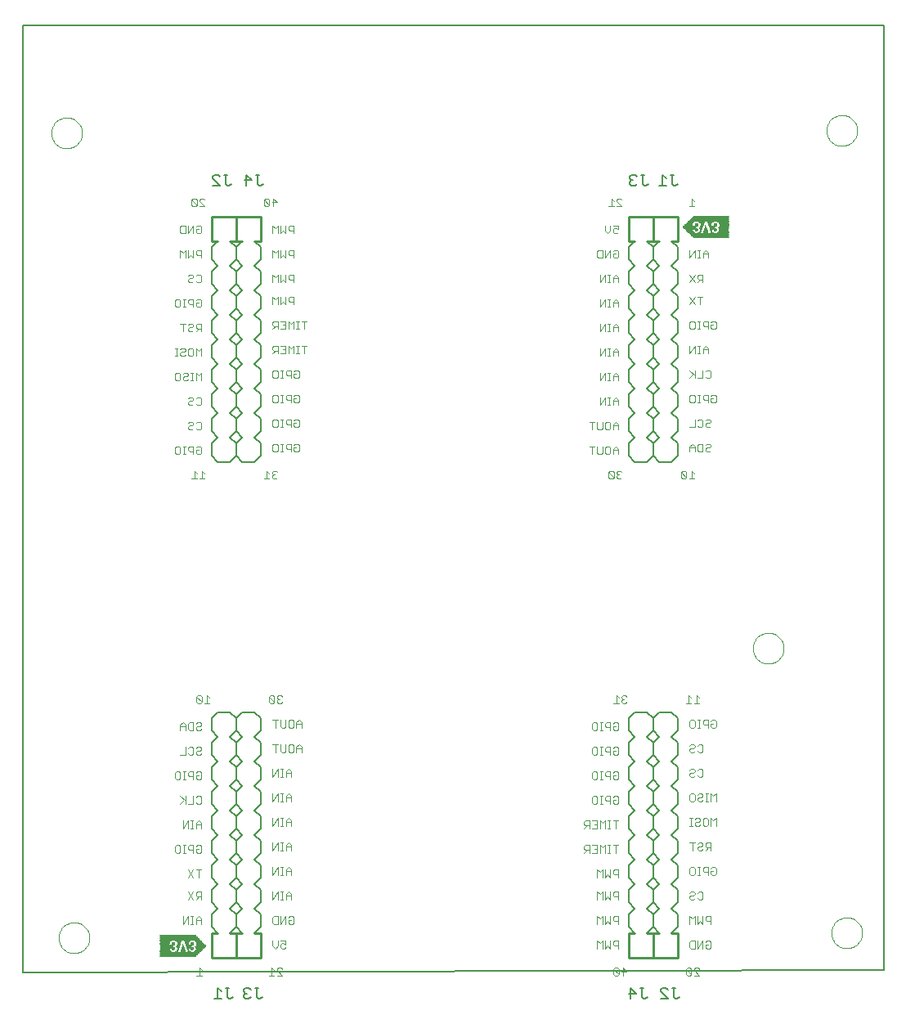
<source format=gbo>
G75*
%MOIN*%
%OFA0B0*%
%FSLAX24Y24*%
%IPPOS*%
%LPD*%
%AMOC8*
5,1,8,0,0,1.08239X$1,22.5*
%
%ADD10C,0.0080*%
%ADD11C,0.0000*%
%ADD12R,0.1440X0.0010*%
%ADD13R,0.1450X0.0010*%
%ADD14R,0.1460X0.0010*%
%ADD15R,0.1470X0.0010*%
%ADD16R,0.1480X0.0010*%
%ADD17R,0.1490X0.0010*%
%ADD18R,0.1500X0.0010*%
%ADD19R,0.1510X0.0010*%
%ADD20R,0.1520X0.0010*%
%ADD21R,0.1530X0.0010*%
%ADD22R,0.1540X0.0010*%
%ADD23R,0.1550X0.0010*%
%ADD24R,0.1560X0.0010*%
%ADD25R,0.1570X0.0010*%
%ADD26R,0.1580X0.0010*%
%ADD27R,0.1590X0.0010*%
%ADD28R,0.1600X0.0010*%
%ADD29R,0.1610X0.0010*%
%ADD30R,0.1620X0.0010*%
%ADD31R,0.1630X0.0010*%
%ADD32R,0.1640X0.0010*%
%ADD33R,0.1650X0.0010*%
%ADD34R,0.0510X0.0010*%
%ADD35R,0.0690X0.0010*%
%ADD36R,0.0300X0.0010*%
%ADD37R,0.0470X0.0010*%
%ADD38R,0.0250X0.0010*%
%ADD39R,0.0280X0.0010*%
%ADD40R,0.0450X0.0010*%
%ADD41R,0.0230X0.0010*%
%ADD42R,0.0220X0.0010*%
%ADD43R,0.0260X0.0010*%
%ADD44R,0.0440X0.0010*%
%ADD45R,0.0210X0.0010*%
%ADD46R,0.0430X0.0010*%
%ADD47R,0.0190X0.0010*%
%ADD48R,0.0200X0.0010*%
%ADD49R,0.0420X0.0010*%
%ADD50R,0.0180X0.0010*%
%ADD51R,0.0410X0.0010*%
%ADD52R,0.0170X0.0010*%
%ADD53R,0.0400X0.0010*%
%ADD54R,0.0150X0.0010*%
%ADD55R,0.0160X0.0010*%
%ADD56R,0.0070X0.0010*%
%ADD57R,0.0270X0.0010*%
%ADD58R,0.0390X0.0010*%
%ADD59R,0.0100X0.0010*%
%ADD60R,0.0140X0.0010*%
%ADD61R,0.0120X0.0010*%
%ADD62R,0.0130X0.0010*%
%ADD63R,0.0290X0.0010*%
%ADD64R,0.0380X0.0010*%
%ADD65R,0.0110X0.0010*%
%ADD66R,0.0310X0.0010*%
%ADD67R,0.0010X0.0010*%
%ADD68R,0.0320X0.0010*%
%ADD69R,0.0330X0.0010*%
%ADD70R,0.0620X0.0010*%
%ADD71R,0.0020X0.0010*%
%ADD72R,0.0340X0.0010*%
%ADD73R,0.0610X0.0010*%
%ADD74R,0.0030X0.0010*%
%ADD75R,0.0360X0.0010*%
%ADD76R,0.0370X0.0010*%
%ADD77R,0.0590X0.0010*%
%ADD78R,0.0550X0.0010*%
%ADD79R,0.0050X0.0010*%
%ADD80R,0.0520X0.0010*%
%ADD81R,0.0090X0.0010*%
%ADD82R,0.0560X0.0010*%
%ADD83R,0.0350X0.0010*%
%ADD84R,0.0600X0.0010*%
%ADD85R,0.0080X0.0010*%
%ADD86R,0.0060X0.0010*%
%ADD87R,0.0040X0.0010*%
%ADD88R,0.0240X0.0010*%
%ADD89R,0.0490X0.0010*%
%ADD90C,0.0050*%
%ADD91C,0.0090*%
%ADD92C,0.0030*%
%ADD93R,0.0480X0.0010*%
%ADD94R,0.0580X0.0010*%
%ADD95R,0.0530X0.0010*%
%ADD96R,0.0460X0.0010*%
%ADD97R,0.0500X0.0010*%
D10*
X000280Y001387D02*
X000280Y039987D01*
X035380Y039987D01*
X035380Y001487D01*
X000280Y001387D01*
X007980Y003237D02*
X008230Y002987D01*
X007980Y003237D02*
X007980Y003737D01*
X008230Y003987D01*
X007980Y004237D01*
X007980Y004737D01*
X008230Y004987D01*
X007980Y005237D01*
X007980Y005737D01*
X008230Y005987D01*
X007980Y006237D01*
X007980Y006737D01*
X008230Y006987D01*
X007980Y007237D01*
X007980Y007737D01*
X008230Y007987D01*
X007980Y008237D01*
X007980Y008737D01*
X008230Y008987D01*
X007980Y009237D01*
X007980Y009737D01*
X008230Y009987D01*
X007980Y010237D01*
X007980Y010737D01*
X008230Y010987D01*
X007980Y011237D01*
X007980Y011737D01*
X008230Y011987D01*
X008730Y011987D01*
X008980Y011737D01*
X008980Y011237D01*
X009230Y010987D01*
X008980Y010737D01*
X008980Y010237D01*
X009230Y009987D01*
X008980Y009737D01*
X008980Y009237D01*
X009230Y008987D01*
X008980Y008737D01*
X008980Y008237D01*
X009230Y007987D01*
X008980Y007737D01*
X008980Y007237D01*
X009230Y006987D01*
X008980Y006737D01*
X008980Y006237D01*
X009230Y005987D01*
X008980Y005737D01*
X008980Y005237D01*
X009230Y004987D01*
X008980Y004737D01*
X008980Y004237D01*
X009230Y003987D01*
X008980Y003737D01*
X008980Y003237D01*
X009230Y002987D01*
X008980Y003237D02*
X008730Y002987D01*
X008980Y003737D02*
X008730Y003987D01*
X008980Y004237D01*
X008980Y004737D02*
X008730Y004987D01*
X008980Y005237D01*
X008980Y005737D02*
X008730Y005987D01*
X008980Y006237D01*
X008980Y006737D02*
X008730Y006987D01*
X008980Y007237D01*
X008980Y007737D02*
X008730Y007987D01*
X008980Y008237D01*
X008980Y008737D02*
X008730Y008987D01*
X008980Y009237D01*
X008980Y009737D02*
X008730Y009987D01*
X008980Y010237D01*
X008980Y010737D02*
X008730Y010987D01*
X008980Y011237D01*
X008980Y011737D02*
X009230Y011987D01*
X009730Y011987D01*
X009980Y011737D01*
X009980Y011237D01*
X009730Y010987D01*
X009980Y010737D01*
X009980Y010237D01*
X009730Y009987D01*
X009980Y009737D01*
X009980Y009237D01*
X009730Y008987D01*
X009980Y008737D01*
X009980Y008237D01*
X009730Y007987D01*
X009980Y007737D01*
X009980Y007237D01*
X009730Y006987D01*
X009980Y006737D01*
X009980Y006237D01*
X009730Y005987D01*
X009980Y005737D01*
X009980Y005237D01*
X009730Y004987D01*
X009980Y004737D01*
X009980Y004237D01*
X009730Y003987D01*
X009980Y003737D01*
X009980Y003237D01*
X009730Y002987D01*
X024980Y003237D02*
X025230Y002987D01*
X024980Y003237D02*
X024980Y003737D01*
X025230Y003987D01*
X024980Y004237D01*
X024980Y004737D01*
X025230Y004987D01*
X024980Y005237D01*
X024980Y005737D01*
X025230Y005987D01*
X024980Y006237D01*
X024980Y006737D01*
X025230Y006987D01*
X024980Y007237D01*
X024980Y007737D01*
X025230Y007987D01*
X024980Y008237D01*
X024980Y008737D01*
X025230Y008987D01*
X024980Y009237D01*
X024980Y009737D01*
X025230Y009987D01*
X024980Y010237D01*
X024980Y010737D01*
X025230Y010987D01*
X024980Y011237D01*
X024980Y011737D01*
X025230Y011987D01*
X025730Y011987D01*
X025980Y011737D01*
X025980Y011237D01*
X026230Y010987D01*
X025980Y010737D01*
X025980Y010237D01*
X026230Y009987D01*
X025980Y009737D01*
X025980Y009237D01*
X026230Y008987D01*
X025980Y008737D01*
X025980Y008237D01*
X026230Y007987D01*
X025980Y007737D01*
X025980Y007237D01*
X026230Y006987D01*
X025980Y006737D01*
X025980Y006237D01*
X026230Y005987D01*
X025980Y005737D01*
X025980Y005237D01*
X026230Y004987D01*
X025980Y004737D01*
X025980Y004237D01*
X026230Y003987D01*
X025980Y003737D01*
X025980Y003237D01*
X026230Y002987D01*
X025980Y003237D02*
X025730Y002987D01*
X025980Y003737D02*
X025730Y003987D01*
X025980Y004237D01*
X025980Y004737D02*
X025730Y004987D01*
X025980Y005237D01*
X025980Y005737D02*
X025730Y005987D01*
X025980Y006237D01*
X025980Y006737D02*
X025730Y006987D01*
X025980Y007237D01*
X025980Y007737D02*
X025730Y007987D01*
X025980Y008237D01*
X025980Y008737D02*
X025730Y008987D01*
X025980Y009237D01*
X025980Y009737D02*
X025730Y009987D01*
X025980Y010237D01*
X025980Y010737D02*
X025730Y010987D01*
X025980Y011237D01*
X025980Y011737D02*
X026230Y011987D01*
X026730Y011987D01*
X026980Y011737D01*
X026980Y011237D01*
X026730Y010987D01*
X026980Y010737D01*
X026980Y010237D01*
X026730Y009987D01*
X026980Y009737D01*
X026980Y009237D01*
X026730Y008987D01*
X026980Y008737D01*
X026980Y008237D01*
X026730Y007987D01*
X026980Y007737D01*
X026980Y007237D01*
X026730Y006987D01*
X026980Y006737D01*
X026980Y006237D01*
X026730Y005987D01*
X026980Y005737D01*
X026980Y005237D01*
X026730Y004987D01*
X026980Y004737D01*
X026980Y004237D01*
X026730Y003987D01*
X026980Y003737D01*
X026980Y003237D01*
X026730Y002987D01*
X026730Y022187D02*
X026230Y022187D01*
X025980Y022437D01*
X025980Y022937D01*
X025730Y023187D01*
X025980Y023437D01*
X025980Y023937D01*
X025730Y024187D01*
X025980Y024437D01*
X025980Y024937D01*
X025730Y025187D01*
X025980Y025437D01*
X025980Y025937D01*
X025730Y026187D01*
X025980Y026437D01*
X025980Y026937D01*
X025730Y027187D01*
X025980Y027437D01*
X025980Y027937D01*
X025730Y028187D01*
X025980Y028437D01*
X025980Y028937D01*
X025730Y029187D01*
X025980Y029437D01*
X025980Y029937D01*
X025730Y030187D01*
X025980Y030437D01*
X025980Y030937D01*
X025730Y031187D01*
X025980Y030937D02*
X026230Y031187D01*
X026730Y031187D02*
X026980Y030937D01*
X026980Y030437D01*
X026730Y030187D01*
X026980Y029937D01*
X026980Y029437D01*
X026730Y029187D01*
X026980Y028937D01*
X026980Y028437D01*
X026730Y028187D01*
X026980Y027937D01*
X026980Y027437D01*
X026730Y027187D01*
X026980Y026937D01*
X026980Y026437D01*
X026730Y026187D01*
X026980Y025937D01*
X026980Y025437D01*
X026730Y025187D01*
X026980Y024937D01*
X026980Y024437D01*
X026730Y024187D01*
X026980Y023937D01*
X026980Y023437D01*
X026730Y023187D01*
X026980Y022937D01*
X026980Y022437D01*
X026730Y022187D01*
X025980Y022437D02*
X025730Y022187D01*
X025230Y022187D01*
X024980Y022437D01*
X024980Y022937D01*
X025230Y023187D01*
X024980Y023437D01*
X024980Y023937D01*
X025230Y024187D01*
X024980Y024437D01*
X024980Y024937D01*
X025230Y025187D01*
X024980Y025437D01*
X024980Y025937D01*
X025230Y026187D01*
X024980Y026437D01*
X024980Y026937D01*
X025230Y027187D01*
X024980Y027437D01*
X024980Y027937D01*
X025230Y028187D01*
X024980Y028437D01*
X024980Y028937D01*
X025230Y029187D01*
X024980Y029437D01*
X024980Y029937D01*
X025230Y030187D01*
X024980Y030437D01*
X024980Y030937D01*
X025230Y031187D01*
X025980Y030437D02*
X026230Y030187D01*
X025980Y029937D01*
X025980Y029437D02*
X026230Y029187D01*
X025980Y028937D01*
X025980Y028437D02*
X026230Y028187D01*
X025980Y027937D01*
X025980Y027437D02*
X026230Y027187D01*
X025980Y026937D01*
X025980Y026437D02*
X026230Y026187D01*
X025980Y025937D01*
X025980Y025437D02*
X026230Y025187D01*
X025980Y024937D01*
X025980Y024437D02*
X026230Y024187D01*
X025980Y023937D01*
X025980Y023437D02*
X026230Y023187D01*
X025980Y022937D01*
X009980Y022937D02*
X009980Y022437D01*
X009730Y022187D01*
X009230Y022187D01*
X008980Y022437D01*
X008980Y022937D01*
X008730Y023187D01*
X008980Y023437D01*
X008980Y023937D01*
X008730Y024187D01*
X008980Y024437D01*
X008980Y024937D01*
X008730Y025187D01*
X008980Y025437D01*
X008980Y025937D01*
X008730Y026187D01*
X008980Y026437D01*
X008980Y026937D01*
X008730Y027187D01*
X008980Y027437D01*
X008980Y027937D01*
X008730Y028187D01*
X008980Y028437D01*
X008980Y028937D01*
X008730Y029187D01*
X008980Y029437D01*
X008980Y029937D01*
X008730Y030187D01*
X008980Y030437D01*
X008980Y030937D01*
X008730Y031187D01*
X008980Y030937D02*
X009230Y031187D01*
X009730Y031187D02*
X009980Y030937D01*
X009980Y030437D01*
X009730Y030187D01*
X009980Y029937D01*
X009980Y029437D01*
X009730Y029187D01*
X009980Y028937D01*
X009980Y028437D01*
X009730Y028187D01*
X009980Y027937D01*
X009980Y027437D01*
X009730Y027187D01*
X009980Y026937D01*
X009980Y026437D01*
X009730Y026187D01*
X009980Y025937D01*
X009980Y025437D01*
X009730Y025187D01*
X009980Y024937D01*
X009980Y024437D01*
X009730Y024187D01*
X009980Y023937D01*
X009980Y023437D01*
X009730Y023187D01*
X009980Y022937D01*
X009230Y023187D02*
X008980Y023437D01*
X009230Y023187D02*
X008980Y022937D01*
X008980Y022437D02*
X008730Y022187D01*
X008230Y022187D01*
X007980Y022437D01*
X007980Y022937D01*
X008230Y023187D01*
X007980Y023437D01*
X007980Y023937D01*
X008230Y024187D01*
X007980Y024437D01*
X007980Y024937D01*
X008230Y025187D01*
X007980Y025437D01*
X007980Y025937D01*
X008230Y026187D01*
X007980Y026437D01*
X007980Y026937D01*
X008230Y027187D01*
X007980Y027437D01*
X007980Y027937D01*
X008230Y028187D01*
X007980Y028437D01*
X007980Y028937D01*
X008230Y029187D01*
X007980Y029437D01*
X007980Y029937D01*
X008230Y030187D01*
X007980Y030437D01*
X007980Y030937D01*
X008230Y031187D01*
X008980Y030437D02*
X009230Y030187D01*
X008980Y029937D01*
X008980Y029437D02*
X009230Y029187D01*
X008980Y028937D01*
X008980Y028437D02*
X009230Y028187D01*
X008980Y027937D01*
X008980Y027437D02*
X009230Y027187D01*
X008980Y026937D01*
X008980Y026437D02*
X009230Y026187D01*
X008980Y025937D01*
X008980Y025437D02*
X009230Y025187D01*
X008980Y024937D01*
X008980Y024437D02*
X009230Y024187D01*
X008980Y023937D01*
D11*
X001450Y035587D02*
X001452Y035637D01*
X001458Y035687D01*
X001468Y035736D01*
X001482Y035784D01*
X001499Y035831D01*
X001520Y035876D01*
X001545Y035920D01*
X001573Y035961D01*
X001605Y036000D01*
X001639Y036037D01*
X001676Y036071D01*
X001716Y036101D01*
X001758Y036128D01*
X001802Y036152D01*
X001848Y036173D01*
X001895Y036189D01*
X001943Y036202D01*
X001993Y036211D01*
X002042Y036216D01*
X002093Y036217D01*
X002143Y036214D01*
X002192Y036207D01*
X002241Y036196D01*
X002289Y036181D01*
X002335Y036163D01*
X002380Y036141D01*
X002423Y036115D01*
X002464Y036086D01*
X002503Y036054D01*
X002539Y036019D01*
X002571Y035981D01*
X002601Y035941D01*
X002628Y035898D01*
X002651Y035854D01*
X002670Y035808D01*
X002686Y035760D01*
X002698Y035711D01*
X002706Y035662D01*
X002710Y035612D01*
X002710Y035562D01*
X002706Y035512D01*
X002698Y035463D01*
X002686Y035414D01*
X002670Y035366D01*
X002651Y035320D01*
X002628Y035276D01*
X002601Y035233D01*
X002571Y035193D01*
X002539Y035155D01*
X002503Y035120D01*
X002464Y035088D01*
X002423Y035059D01*
X002380Y035033D01*
X002335Y035011D01*
X002289Y034993D01*
X002241Y034978D01*
X002192Y034967D01*
X002143Y034960D01*
X002093Y034957D01*
X002042Y034958D01*
X001993Y034963D01*
X001943Y034972D01*
X001895Y034985D01*
X001848Y035001D01*
X001802Y035022D01*
X001758Y035046D01*
X001716Y035073D01*
X001676Y035103D01*
X001639Y035137D01*
X001605Y035174D01*
X001573Y035213D01*
X001545Y035254D01*
X001520Y035298D01*
X001499Y035343D01*
X001482Y035390D01*
X001468Y035438D01*
X001458Y035487D01*
X001452Y035537D01*
X001450Y035587D01*
X001750Y002787D02*
X001752Y002837D01*
X001758Y002887D01*
X001768Y002936D01*
X001782Y002984D01*
X001799Y003031D01*
X001820Y003076D01*
X001845Y003120D01*
X001873Y003161D01*
X001905Y003200D01*
X001939Y003237D01*
X001976Y003271D01*
X002016Y003301D01*
X002058Y003328D01*
X002102Y003352D01*
X002148Y003373D01*
X002195Y003389D01*
X002243Y003402D01*
X002293Y003411D01*
X002342Y003416D01*
X002393Y003417D01*
X002443Y003414D01*
X002492Y003407D01*
X002541Y003396D01*
X002589Y003381D01*
X002635Y003363D01*
X002680Y003341D01*
X002723Y003315D01*
X002764Y003286D01*
X002803Y003254D01*
X002839Y003219D01*
X002871Y003181D01*
X002901Y003141D01*
X002928Y003098D01*
X002951Y003054D01*
X002970Y003008D01*
X002986Y002960D01*
X002998Y002911D01*
X003006Y002862D01*
X003010Y002812D01*
X003010Y002762D01*
X003006Y002712D01*
X002998Y002663D01*
X002986Y002614D01*
X002970Y002566D01*
X002951Y002520D01*
X002928Y002476D01*
X002901Y002433D01*
X002871Y002393D01*
X002839Y002355D01*
X002803Y002320D01*
X002764Y002288D01*
X002723Y002259D01*
X002680Y002233D01*
X002635Y002211D01*
X002589Y002193D01*
X002541Y002178D01*
X002492Y002167D01*
X002443Y002160D01*
X002393Y002157D01*
X002342Y002158D01*
X002293Y002163D01*
X002243Y002172D01*
X002195Y002185D01*
X002148Y002201D01*
X002102Y002222D01*
X002058Y002246D01*
X002016Y002273D01*
X001976Y002303D01*
X001939Y002337D01*
X001905Y002374D01*
X001873Y002413D01*
X001845Y002454D01*
X001820Y002498D01*
X001799Y002543D01*
X001782Y002590D01*
X001768Y002638D01*
X001758Y002687D01*
X001752Y002737D01*
X001750Y002787D01*
X030050Y014587D02*
X030052Y014637D01*
X030058Y014687D01*
X030068Y014736D01*
X030082Y014784D01*
X030099Y014831D01*
X030120Y014876D01*
X030145Y014920D01*
X030173Y014961D01*
X030205Y015000D01*
X030239Y015037D01*
X030276Y015071D01*
X030316Y015101D01*
X030358Y015128D01*
X030402Y015152D01*
X030448Y015173D01*
X030495Y015189D01*
X030543Y015202D01*
X030593Y015211D01*
X030642Y015216D01*
X030693Y015217D01*
X030743Y015214D01*
X030792Y015207D01*
X030841Y015196D01*
X030889Y015181D01*
X030935Y015163D01*
X030980Y015141D01*
X031023Y015115D01*
X031064Y015086D01*
X031103Y015054D01*
X031139Y015019D01*
X031171Y014981D01*
X031201Y014941D01*
X031228Y014898D01*
X031251Y014854D01*
X031270Y014808D01*
X031286Y014760D01*
X031298Y014711D01*
X031306Y014662D01*
X031310Y014612D01*
X031310Y014562D01*
X031306Y014512D01*
X031298Y014463D01*
X031286Y014414D01*
X031270Y014366D01*
X031251Y014320D01*
X031228Y014276D01*
X031201Y014233D01*
X031171Y014193D01*
X031139Y014155D01*
X031103Y014120D01*
X031064Y014088D01*
X031023Y014059D01*
X030980Y014033D01*
X030935Y014011D01*
X030889Y013993D01*
X030841Y013978D01*
X030792Y013967D01*
X030743Y013960D01*
X030693Y013957D01*
X030642Y013958D01*
X030593Y013963D01*
X030543Y013972D01*
X030495Y013985D01*
X030448Y014001D01*
X030402Y014022D01*
X030358Y014046D01*
X030316Y014073D01*
X030276Y014103D01*
X030239Y014137D01*
X030205Y014174D01*
X030173Y014213D01*
X030145Y014254D01*
X030120Y014298D01*
X030099Y014343D01*
X030082Y014390D01*
X030068Y014438D01*
X030058Y014487D01*
X030052Y014537D01*
X030050Y014587D01*
X033250Y002987D02*
X033252Y003037D01*
X033258Y003087D01*
X033268Y003136D01*
X033282Y003184D01*
X033299Y003231D01*
X033320Y003276D01*
X033345Y003320D01*
X033373Y003361D01*
X033405Y003400D01*
X033439Y003437D01*
X033476Y003471D01*
X033516Y003501D01*
X033558Y003528D01*
X033602Y003552D01*
X033648Y003573D01*
X033695Y003589D01*
X033743Y003602D01*
X033793Y003611D01*
X033842Y003616D01*
X033893Y003617D01*
X033943Y003614D01*
X033992Y003607D01*
X034041Y003596D01*
X034089Y003581D01*
X034135Y003563D01*
X034180Y003541D01*
X034223Y003515D01*
X034264Y003486D01*
X034303Y003454D01*
X034339Y003419D01*
X034371Y003381D01*
X034401Y003341D01*
X034428Y003298D01*
X034451Y003254D01*
X034470Y003208D01*
X034486Y003160D01*
X034498Y003111D01*
X034506Y003062D01*
X034510Y003012D01*
X034510Y002962D01*
X034506Y002912D01*
X034498Y002863D01*
X034486Y002814D01*
X034470Y002766D01*
X034451Y002720D01*
X034428Y002676D01*
X034401Y002633D01*
X034371Y002593D01*
X034339Y002555D01*
X034303Y002520D01*
X034264Y002488D01*
X034223Y002459D01*
X034180Y002433D01*
X034135Y002411D01*
X034089Y002393D01*
X034041Y002378D01*
X033992Y002367D01*
X033943Y002360D01*
X033893Y002357D01*
X033842Y002358D01*
X033793Y002363D01*
X033743Y002372D01*
X033695Y002385D01*
X033648Y002401D01*
X033602Y002422D01*
X033558Y002446D01*
X033516Y002473D01*
X033476Y002503D01*
X033439Y002537D01*
X033405Y002574D01*
X033373Y002613D01*
X033345Y002654D01*
X033320Y002698D01*
X033299Y002743D01*
X033282Y002790D01*
X033268Y002838D01*
X033258Y002887D01*
X033252Y002937D01*
X033250Y002987D01*
X033050Y035687D02*
X033052Y035737D01*
X033058Y035787D01*
X033068Y035836D01*
X033082Y035884D01*
X033099Y035931D01*
X033120Y035976D01*
X033145Y036020D01*
X033173Y036061D01*
X033205Y036100D01*
X033239Y036137D01*
X033276Y036171D01*
X033316Y036201D01*
X033358Y036228D01*
X033402Y036252D01*
X033448Y036273D01*
X033495Y036289D01*
X033543Y036302D01*
X033593Y036311D01*
X033642Y036316D01*
X033693Y036317D01*
X033743Y036314D01*
X033792Y036307D01*
X033841Y036296D01*
X033889Y036281D01*
X033935Y036263D01*
X033980Y036241D01*
X034023Y036215D01*
X034064Y036186D01*
X034103Y036154D01*
X034139Y036119D01*
X034171Y036081D01*
X034201Y036041D01*
X034228Y035998D01*
X034251Y035954D01*
X034270Y035908D01*
X034286Y035860D01*
X034298Y035811D01*
X034306Y035762D01*
X034310Y035712D01*
X034310Y035662D01*
X034306Y035612D01*
X034298Y035563D01*
X034286Y035514D01*
X034270Y035466D01*
X034251Y035420D01*
X034228Y035376D01*
X034201Y035333D01*
X034171Y035293D01*
X034139Y035255D01*
X034103Y035220D01*
X034064Y035188D01*
X034023Y035159D01*
X033980Y035133D01*
X033935Y035111D01*
X033889Y035093D01*
X033841Y035078D01*
X033792Y035067D01*
X033743Y035060D01*
X033693Y035057D01*
X033642Y035058D01*
X033593Y035063D01*
X033543Y035072D01*
X033495Y035085D01*
X033448Y035101D01*
X033402Y035122D01*
X033358Y035146D01*
X033316Y035173D01*
X033276Y035203D01*
X033239Y035237D01*
X033205Y035274D01*
X033173Y035313D01*
X033145Y035354D01*
X033120Y035398D01*
X033099Y035443D01*
X033082Y035490D01*
X033068Y035538D01*
X033058Y035587D01*
X033052Y035637D01*
X033050Y035687D01*
D12*
X028355Y032177D03*
X028355Y031297D03*
X006605Y002877D03*
X006605Y001997D03*
D13*
X006610Y002007D03*
X006610Y002867D03*
X028350Y031307D03*
X028350Y032167D03*
D14*
X028345Y032157D03*
X028345Y031317D03*
X006615Y002857D03*
X006615Y002017D03*
D15*
X006620Y002027D03*
X006620Y002847D03*
X028340Y031327D03*
X028340Y032147D03*
D16*
X028335Y032137D03*
X028335Y031337D03*
X006625Y002837D03*
X006625Y002037D03*
D17*
X006630Y002047D03*
X006630Y002827D03*
X028330Y031347D03*
X028330Y032127D03*
D18*
X028325Y032117D03*
X028325Y031357D03*
X006635Y002817D03*
X006635Y002057D03*
D19*
X006640Y002067D03*
X006640Y002807D03*
X028320Y031367D03*
X028320Y032107D03*
D20*
X028315Y032097D03*
X028315Y031377D03*
X006645Y002797D03*
X006645Y002077D03*
D21*
X006650Y002087D03*
X006650Y002787D03*
X028310Y031387D03*
X028310Y032087D03*
D22*
X028305Y032077D03*
X028305Y031397D03*
X006655Y002777D03*
X006655Y002097D03*
D23*
X006660Y002107D03*
X006660Y002767D03*
X028300Y031407D03*
X028300Y032067D03*
D24*
X028295Y032057D03*
X028295Y031417D03*
X006665Y002757D03*
X006665Y002117D03*
D25*
X006670Y002127D03*
X006670Y002747D03*
X028290Y031427D03*
X028290Y032047D03*
D26*
X028285Y032037D03*
X028285Y031437D03*
X006675Y002737D03*
X006675Y002137D03*
D27*
X006680Y002147D03*
X006680Y002727D03*
X028280Y031447D03*
X028280Y032027D03*
D28*
X028275Y032017D03*
X028275Y031457D03*
X006685Y002717D03*
X006685Y002157D03*
D29*
X006690Y002167D03*
X006690Y002707D03*
X028270Y031467D03*
X028270Y032007D03*
D30*
X028265Y031997D03*
X028265Y031477D03*
X006695Y002697D03*
X006695Y002177D03*
D31*
X006700Y002187D03*
X006700Y002687D03*
X028260Y031487D03*
X028260Y031987D03*
D32*
X028255Y031977D03*
X006705Y002677D03*
D33*
X006710Y002667D03*
X028250Y031967D03*
D34*
X028820Y031957D03*
X027510Y031677D03*
X027470Y031717D03*
X006140Y002657D03*
D35*
X006820Y002657D03*
X028140Y031957D03*
D36*
X028415Y031757D03*
X027565Y031957D03*
X027435Y031827D03*
X027445Y031637D03*
X007395Y002657D03*
X007525Y002527D03*
X007505Y002327D03*
X007095Y002457D03*
D37*
X006120Y002647D03*
X006120Y002207D03*
X028840Y031507D03*
D38*
X027950Y031947D03*
X027550Y031507D03*
X027500Y031557D03*
X027490Y031567D03*
X007000Y002647D03*
X006630Y002647D03*
X007410Y002207D03*
X007470Y002267D03*
X007480Y002277D03*
D39*
X007495Y002307D03*
X007505Y002557D03*
X007415Y002647D03*
X007115Y002357D03*
X027465Y031607D03*
X027455Y031857D03*
X028435Y031657D03*
D40*
X028850Y031517D03*
X028850Y031937D03*
X006110Y002637D03*
X006110Y002217D03*
D41*
X006640Y002637D03*
X007060Y002437D03*
X028380Y031737D03*
D42*
X028385Y031727D03*
X028385Y031717D03*
X028385Y031707D03*
X028315Y031937D03*
X027965Y031937D03*
X006995Y002637D03*
X007065Y002427D03*
X007065Y002417D03*
X007065Y002407D03*
D43*
X007075Y002447D03*
X007095Y002377D03*
X007395Y002197D03*
X007485Y002287D03*
X007485Y002587D03*
X007475Y002597D03*
X007465Y002607D03*
X007455Y002617D03*
X007445Y002627D03*
X007435Y002637D03*
X027565Y031497D03*
X027485Y031577D03*
X027475Y031587D03*
X027475Y031887D03*
X027485Y031897D03*
X027495Y031907D03*
X027505Y031917D03*
X027515Y031927D03*
X027525Y031937D03*
X028325Y031947D03*
X028395Y031747D03*
X028415Y031677D03*
D44*
X028855Y031697D03*
X028855Y031717D03*
X028855Y031527D03*
X028855Y031927D03*
X006105Y002627D03*
X006105Y002227D03*
X007515Y002407D03*
D45*
X007070Y002397D03*
X007070Y002387D03*
X006990Y002627D03*
X006650Y002627D03*
X006820Y002197D03*
X028140Y031497D03*
X028390Y031687D03*
X028390Y031697D03*
X028310Y031927D03*
X027970Y031927D03*
D46*
X028860Y031917D03*
X028860Y031687D03*
X028860Y031537D03*
X007530Y002417D03*
X006100Y002237D03*
X006100Y002617D03*
D47*
X006650Y002617D03*
X006820Y002227D03*
X006820Y002217D03*
X006820Y002207D03*
X028140Y031507D03*
X028140Y031517D03*
X028140Y031527D03*
D48*
X027975Y031917D03*
X028305Y031917D03*
X006985Y002617D03*
D49*
X007545Y002427D03*
X007555Y002437D03*
X006095Y002607D03*
X006095Y002257D03*
X006095Y002247D03*
X028865Y031547D03*
X028865Y031677D03*
X028865Y031727D03*
X028865Y031907D03*
D50*
X028305Y031907D03*
X027975Y031907D03*
X006985Y002607D03*
X006655Y002607D03*
D51*
X006090Y002597D03*
X006090Y002277D03*
X006090Y002267D03*
X007520Y002397D03*
X028870Y031557D03*
X028870Y031567D03*
X028870Y031657D03*
X028870Y031667D03*
X028870Y031737D03*
X028870Y031897D03*
D52*
X028300Y031897D03*
X027980Y031897D03*
X028140Y031557D03*
X028140Y031547D03*
X028140Y031537D03*
X006980Y002597D03*
X006660Y002597D03*
X006820Y002257D03*
X006820Y002247D03*
X006820Y002237D03*
D53*
X006085Y002287D03*
X006085Y002297D03*
X006085Y002307D03*
X006085Y002577D03*
X006085Y002587D03*
X007555Y002447D03*
X028875Y031577D03*
X028875Y031587D03*
X028875Y031597D03*
X028875Y031607D03*
X028875Y031617D03*
X028875Y031627D03*
X028875Y031637D03*
X028875Y031647D03*
X028875Y031747D03*
X028875Y031877D03*
X028875Y031887D03*
D54*
X028520Y031817D03*
X028520Y031807D03*
X028520Y031797D03*
X028300Y031877D03*
X027980Y031877D03*
X027750Y031827D03*
X027750Y031817D03*
X027750Y031807D03*
X027750Y031797D03*
X028140Y031587D03*
X028140Y031577D03*
X028140Y031567D03*
X007200Y002527D03*
X007200Y002517D03*
X007200Y002507D03*
X007200Y002497D03*
X006980Y002577D03*
X006660Y002577D03*
X006660Y002587D03*
X006430Y002527D03*
X006430Y002517D03*
X006430Y002507D03*
X006430Y002497D03*
X006820Y002287D03*
X006820Y002277D03*
X006820Y002267D03*
D55*
X006605Y002407D03*
X006975Y002587D03*
X027925Y031707D03*
X027985Y031887D03*
X028295Y031887D03*
D56*
X028520Y031877D03*
X028340Y031627D03*
X028340Y031617D03*
X028360Y031557D03*
X028370Y031547D03*
X028370Y031537D03*
X028140Y031697D03*
X028140Y031707D03*
X028140Y031717D03*
X027940Y031637D03*
X027940Y031627D03*
X027940Y031617D03*
X027910Y031537D03*
X027750Y031877D03*
X007200Y002577D03*
X007010Y002337D03*
X007020Y002317D03*
X007020Y002307D03*
X007030Y002277D03*
X007040Y002257D03*
X007050Y002237D03*
X006820Y002397D03*
X006820Y002407D03*
X006820Y002417D03*
X006620Y002337D03*
X006620Y002327D03*
X006620Y002317D03*
X006590Y002237D03*
X006430Y002577D03*
D57*
X007110Y002367D03*
X007490Y002297D03*
X007500Y002567D03*
X007490Y002577D03*
X027470Y031597D03*
X027460Y031867D03*
X027470Y031877D03*
X027540Y031947D03*
X028430Y031667D03*
D58*
X028880Y031757D03*
X028880Y031767D03*
X028880Y031777D03*
X028880Y031857D03*
X028880Y031867D03*
X006080Y002567D03*
X006080Y002557D03*
X006080Y002547D03*
X006080Y002337D03*
X006080Y002327D03*
X006080Y002317D03*
X007520Y002387D03*
D59*
X007205Y002287D03*
X007075Y002207D03*
X007205Y002567D03*
X006565Y002207D03*
X006435Y002287D03*
X006435Y002567D03*
X027755Y031587D03*
X027885Y031507D03*
X027975Y031787D03*
X027755Y031867D03*
X028395Y031507D03*
X028525Y031587D03*
X028525Y031867D03*
D60*
X028525Y031847D03*
X028525Y031837D03*
X028525Y031827D03*
X028525Y031627D03*
X028295Y031857D03*
X028295Y031867D03*
X028145Y031597D03*
X027935Y031717D03*
X027985Y031857D03*
X027985Y031867D03*
X027755Y031837D03*
X007205Y002537D03*
X006975Y002557D03*
X006975Y002567D03*
X006665Y002567D03*
X006615Y002417D03*
X006435Y002537D03*
X006815Y002297D03*
D61*
X006815Y002327D03*
X006615Y002387D03*
X006625Y002427D03*
X006635Y002437D03*
X006665Y002527D03*
X006435Y002557D03*
X006435Y002307D03*
X006435Y002297D03*
X006555Y002197D03*
X007085Y002197D03*
X007205Y002297D03*
X007205Y002307D03*
X007205Y002557D03*
X006975Y002527D03*
X027875Y031497D03*
X027755Y031597D03*
X027755Y031607D03*
X027935Y031687D03*
X027945Y031727D03*
X027955Y031737D03*
X027985Y031827D03*
X027985Y031837D03*
X027755Y031857D03*
X028295Y031827D03*
X028305Y031797D03*
X028525Y031857D03*
X028525Y031607D03*
X028525Y031597D03*
D62*
X028520Y031617D03*
X028520Y031637D03*
X028410Y031497D03*
X028140Y031607D03*
X028140Y031617D03*
X028140Y031627D03*
X027930Y031697D03*
X027980Y031847D03*
X027750Y031847D03*
X027750Y031637D03*
X027750Y031627D03*
X027750Y031617D03*
X028300Y031837D03*
X028300Y031847D03*
X007200Y002547D03*
X007200Y002337D03*
X007200Y002327D03*
X007200Y002317D03*
X006980Y002537D03*
X006980Y002547D03*
X006820Y002317D03*
X006820Y002307D03*
X006610Y002397D03*
X006660Y002537D03*
X006660Y002547D03*
X006660Y002557D03*
X006430Y002547D03*
X006430Y002337D03*
X006430Y002327D03*
X006430Y002317D03*
D63*
X007120Y002347D03*
X007500Y002317D03*
X007520Y002537D03*
X007510Y002547D03*
X027460Y031617D03*
X027450Y031627D03*
X027440Y031837D03*
X027450Y031847D03*
X028440Y031647D03*
D64*
X028885Y031787D03*
X028885Y031797D03*
X028885Y031807D03*
X028885Y031817D03*
X028885Y031827D03*
X028885Y031837D03*
X028885Y031847D03*
X007555Y002457D03*
X006075Y002497D03*
X006075Y002507D03*
X006075Y002517D03*
X006075Y002527D03*
X006075Y002537D03*
D65*
X006620Y002377D03*
X006640Y002447D03*
X006640Y002457D03*
X006650Y002467D03*
X006650Y002477D03*
X006650Y002487D03*
X006660Y002497D03*
X006660Y002507D03*
X006660Y002517D03*
X006820Y002357D03*
X006820Y002347D03*
X006820Y002337D03*
X006980Y002497D03*
X006980Y002507D03*
X006980Y002517D03*
X027940Y031677D03*
X027960Y031747D03*
X027960Y031757D03*
X027970Y031767D03*
X027970Y031777D03*
X027980Y031797D03*
X027980Y031807D03*
X027980Y031817D03*
X028140Y031657D03*
X028140Y031647D03*
X028140Y031637D03*
X028300Y031807D03*
X028300Y031817D03*
D66*
X027430Y031817D03*
X007530Y002517D03*
X007510Y002337D03*
D67*
X006820Y002497D03*
X006820Y002507D03*
X028140Y031787D03*
X028140Y031797D03*
X028140Y031807D03*
D68*
X027425Y031807D03*
X007535Y002507D03*
X007515Y002347D03*
D69*
X007540Y002497D03*
X007100Y002477D03*
X007100Y002467D03*
X027420Y031797D03*
X028420Y031777D03*
X028420Y031767D03*
D70*
X006195Y002487D03*
D71*
X006815Y002487D03*
D72*
X007105Y002487D03*
X007515Y002357D03*
X007545Y002487D03*
X028425Y031787D03*
D73*
X006190Y002477D03*
X006190Y002467D03*
X006190Y002347D03*
D74*
X006820Y002457D03*
X006820Y002467D03*
X006820Y002477D03*
X007210Y002267D03*
X028140Y031757D03*
X028140Y031767D03*
X028140Y031777D03*
X028530Y031567D03*
D75*
X007545Y002477D03*
D76*
X007550Y002467D03*
X007520Y002377D03*
D77*
X006180Y002367D03*
X006180Y002457D03*
X027520Y031767D03*
D78*
X027480Y031747D03*
X006160Y002447D03*
D79*
X006820Y002447D03*
X006820Y002437D03*
X006820Y002427D03*
X028140Y031727D03*
X028140Y031737D03*
X028140Y031747D03*
D80*
X027465Y031727D03*
X006145Y002437D03*
X006145Y002427D03*
X006145Y002417D03*
X006145Y002407D03*
X006145Y002397D03*
X006145Y002387D03*
D81*
X006620Y002367D03*
X006620Y002357D03*
X006820Y002367D03*
X006820Y002377D03*
X006820Y002387D03*
X007060Y002217D03*
X027900Y031517D03*
X027940Y031657D03*
X027940Y031667D03*
X028140Y031667D03*
X028140Y031677D03*
X028140Y031687D03*
X028390Y031517D03*
D82*
X006165Y002377D03*
D83*
X007520Y002367D03*
D84*
X006185Y002357D03*
D85*
X006435Y002277D03*
X006575Y002217D03*
X006585Y002227D03*
X006625Y002347D03*
X007045Y002247D03*
X007055Y002227D03*
X007205Y002277D03*
X027755Y031577D03*
X027905Y031527D03*
X027945Y031647D03*
X028375Y031527D03*
X028525Y031577D03*
D86*
X028355Y031577D03*
X028355Y031567D03*
X028345Y031587D03*
X028345Y031597D03*
X028345Y031607D03*
X028335Y031637D03*
X027935Y031607D03*
X027935Y031597D03*
X027935Y031587D03*
X027925Y031577D03*
X027925Y031567D03*
X027925Y031557D03*
X027915Y031547D03*
X007015Y002327D03*
X007025Y002297D03*
X007025Y002287D03*
X007035Y002267D03*
X006615Y002287D03*
X006615Y002297D03*
X006615Y002307D03*
X006605Y002277D03*
X006605Y002267D03*
X006605Y002257D03*
X006595Y002247D03*
D87*
X006435Y002267D03*
X027755Y031567D03*
D88*
X027535Y031517D03*
X027525Y031527D03*
X027515Y031537D03*
X027505Y031547D03*
X007465Y002257D03*
X007455Y002247D03*
X007445Y002237D03*
X007435Y002227D03*
X007425Y002217D03*
D89*
X006130Y002197D03*
X027480Y031697D03*
X028830Y031497D03*
D90*
X026910Y033432D02*
X026835Y033432D01*
X026760Y033507D01*
X026760Y033882D01*
X026835Y033882D02*
X026685Y033882D01*
X026525Y033732D02*
X026374Y033882D01*
X026374Y033432D01*
X026224Y033432D02*
X026525Y033432D01*
X026910Y033432D02*
X026985Y033507D01*
X025785Y033507D02*
X025710Y033432D01*
X025635Y033432D01*
X025560Y033507D01*
X025560Y033882D01*
X025635Y033882D02*
X025485Y033882D01*
X025325Y033807D02*
X025250Y033882D01*
X025099Y033882D01*
X025024Y033807D01*
X025024Y033732D01*
X025099Y033657D01*
X025024Y033582D01*
X025024Y033507D01*
X025099Y033432D01*
X025250Y033432D01*
X025325Y033507D01*
X025174Y033657D02*
X025099Y033657D01*
X010085Y033507D02*
X010010Y033432D01*
X009935Y033432D01*
X009860Y033507D01*
X009860Y033882D01*
X009935Y033882D02*
X009785Y033882D01*
X009625Y033657D02*
X009324Y033657D01*
X009399Y033882D02*
X009625Y033657D01*
X009399Y033432D02*
X009399Y033882D01*
X008785Y033507D02*
X008710Y033432D01*
X008635Y033432D01*
X008560Y033507D01*
X008560Y033882D01*
X008635Y033882D02*
X008485Y033882D01*
X008325Y033807D02*
X008250Y033882D01*
X008099Y033882D01*
X008024Y033807D01*
X008024Y033732D01*
X008325Y033432D01*
X008024Y033432D01*
X008235Y000742D02*
X008235Y000292D01*
X008385Y000292D02*
X008085Y000292D01*
X008385Y000592D02*
X008235Y000742D01*
X008546Y000742D02*
X008696Y000742D01*
X008621Y000742D02*
X008621Y000367D01*
X008696Y000292D01*
X008771Y000292D01*
X008846Y000367D01*
X009285Y000367D02*
X009360Y000292D01*
X009510Y000292D01*
X009585Y000367D01*
X009435Y000517D02*
X009360Y000517D01*
X009285Y000442D01*
X009285Y000367D01*
X009360Y000517D02*
X009285Y000592D01*
X009285Y000667D01*
X009360Y000742D01*
X009510Y000742D01*
X009585Y000667D01*
X009746Y000742D02*
X009896Y000742D01*
X009821Y000742D02*
X009821Y000367D01*
X009896Y000292D01*
X009971Y000292D01*
X010046Y000367D01*
X024985Y000517D02*
X025285Y000517D01*
X025060Y000742D01*
X025060Y000292D01*
X025521Y000367D02*
X025521Y000742D01*
X025596Y000742D02*
X025446Y000742D01*
X025521Y000367D02*
X025596Y000292D01*
X025671Y000292D01*
X025746Y000367D01*
X026285Y000292D02*
X026585Y000292D01*
X026285Y000592D01*
X026285Y000667D01*
X026360Y000742D01*
X026510Y000742D01*
X026585Y000667D01*
X026746Y000742D02*
X026896Y000742D01*
X026821Y000742D02*
X026821Y000367D01*
X026896Y000292D01*
X026971Y000292D01*
X027046Y000367D01*
D91*
X026980Y001987D02*
X025980Y001987D01*
X025980Y002987D01*
X026230Y002987D01*
X025980Y002987D02*
X025730Y002987D01*
X025230Y002987D02*
X024980Y002987D01*
X024980Y001987D01*
X025980Y001987D01*
X026980Y001987D02*
X026980Y002987D01*
X026730Y002987D01*
X009980Y002987D02*
X009980Y001987D01*
X008980Y001987D01*
X008980Y002987D01*
X009230Y002987D01*
X008980Y002987D02*
X008730Y002987D01*
X008230Y002987D02*
X007980Y002987D01*
X007980Y001987D01*
X008980Y001987D01*
X009730Y002987D02*
X009980Y002987D01*
X009980Y031187D02*
X009980Y032187D01*
X008980Y032187D01*
X007980Y032187D01*
X007980Y031187D01*
X008230Y031187D01*
X008730Y031187D02*
X008980Y031187D01*
X008980Y032187D01*
X008980Y031187D02*
X009230Y031187D01*
X009730Y031187D02*
X009980Y031187D01*
X024980Y031187D02*
X025230Y031187D01*
X024980Y031187D02*
X024980Y032187D01*
X025980Y032187D01*
X025980Y031187D01*
X025730Y031187D01*
X025980Y031187D02*
X026230Y031187D01*
X026730Y031187D02*
X026980Y031187D01*
X026980Y032187D01*
X025980Y032187D01*
D92*
X024710Y032602D02*
X024496Y032815D01*
X024496Y032869D01*
X024549Y032922D01*
X024656Y032922D01*
X024710Y032869D01*
X024710Y032602D02*
X024496Y032602D01*
X024387Y032602D02*
X024174Y032602D01*
X024281Y032602D02*
X024281Y032922D01*
X024387Y032815D01*
X024351Y031822D02*
X024565Y031822D01*
X024565Y031662D01*
X024458Y031715D01*
X024405Y031715D01*
X024351Y031662D01*
X024351Y031555D01*
X024405Y031502D01*
X024512Y031502D01*
X024565Y031555D01*
X024243Y031608D02*
X024243Y031822D01*
X024243Y031608D02*
X024136Y031502D01*
X024029Y031608D01*
X024029Y031822D01*
X024029Y030822D02*
X024029Y030502D01*
X024243Y030822D01*
X024243Y030502D01*
X024351Y030555D02*
X024351Y030662D01*
X024458Y030662D01*
X024351Y030769D02*
X024405Y030822D01*
X024512Y030822D01*
X024565Y030769D01*
X024565Y030555D01*
X024512Y030502D01*
X024405Y030502D01*
X024351Y030555D01*
X023920Y030502D02*
X023920Y030822D01*
X023760Y030822D01*
X023707Y030769D01*
X023707Y030555D01*
X023760Y030502D01*
X023920Y030502D01*
X023814Y029822D02*
X023814Y029502D01*
X024028Y029822D01*
X024028Y029502D01*
X024136Y029502D02*
X024243Y029502D01*
X024189Y029502D02*
X024189Y029822D01*
X024136Y029822D02*
X024243Y029822D01*
X024351Y029715D02*
X024351Y029502D01*
X024351Y029662D02*
X024565Y029662D01*
X024565Y029715D02*
X024458Y029822D01*
X024351Y029715D01*
X024565Y029715D02*
X024565Y029502D01*
X024458Y028822D02*
X024351Y028715D01*
X024351Y028502D01*
X024243Y028502D02*
X024136Y028502D01*
X024189Y028502D02*
X024189Y028822D01*
X024136Y028822D02*
X024243Y028822D01*
X024351Y028662D02*
X024565Y028662D01*
X024565Y028715D02*
X024458Y028822D01*
X024565Y028715D02*
X024565Y028502D01*
X024028Y028502D02*
X024028Y028822D01*
X023814Y028502D01*
X023814Y028822D01*
X023814Y027822D02*
X023814Y027502D01*
X024028Y027822D01*
X024028Y027502D01*
X024136Y027502D02*
X024243Y027502D01*
X024189Y027502D02*
X024189Y027822D01*
X024136Y027822D02*
X024243Y027822D01*
X024351Y027715D02*
X024351Y027502D01*
X024351Y027662D02*
X024565Y027662D01*
X024565Y027715D02*
X024458Y027822D01*
X024351Y027715D01*
X024565Y027715D02*
X024565Y027502D01*
X024458Y026822D02*
X024351Y026715D01*
X024351Y026502D01*
X024243Y026502D02*
X024136Y026502D01*
X024189Y026502D02*
X024189Y026822D01*
X024136Y026822D02*
X024243Y026822D01*
X024351Y026662D02*
X024565Y026662D01*
X024565Y026715D02*
X024458Y026822D01*
X024565Y026715D02*
X024565Y026502D01*
X024028Y026502D02*
X024028Y026822D01*
X023814Y026502D01*
X023814Y026822D01*
X023814Y025822D02*
X023814Y025502D01*
X024028Y025822D01*
X024028Y025502D01*
X024136Y025502D02*
X024243Y025502D01*
X024189Y025502D02*
X024189Y025822D01*
X024136Y025822D02*
X024243Y025822D01*
X024351Y025715D02*
X024351Y025502D01*
X024351Y025662D02*
X024565Y025662D01*
X024565Y025715D02*
X024458Y025822D01*
X024351Y025715D01*
X024565Y025715D02*
X024565Y025502D01*
X024458Y024822D02*
X024351Y024715D01*
X024351Y024502D01*
X024243Y024502D02*
X024136Y024502D01*
X024189Y024502D02*
X024189Y024822D01*
X024136Y024822D02*
X024243Y024822D01*
X024351Y024662D02*
X024565Y024662D01*
X024565Y024715D02*
X024458Y024822D01*
X024565Y024715D02*
X024565Y024502D01*
X024028Y024502D02*
X024028Y024822D01*
X023814Y024502D01*
X023814Y024822D01*
X023920Y023822D02*
X023920Y023555D01*
X023867Y023502D01*
X023760Y023502D01*
X023707Y023555D01*
X023707Y023822D01*
X023598Y023822D02*
X023385Y023822D01*
X023491Y023822D02*
X023491Y023502D01*
X024029Y023555D02*
X024029Y023769D01*
X024083Y023822D01*
X024189Y023822D01*
X024243Y023769D01*
X024243Y023555D01*
X024189Y023502D01*
X024083Y023502D01*
X024029Y023555D01*
X024351Y023502D02*
X024351Y023715D01*
X024458Y023822D01*
X024565Y023715D01*
X024565Y023502D01*
X024565Y023662D02*
X024351Y023662D01*
X024458Y022822D02*
X024351Y022715D01*
X024351Y022502D01*
X024243Y022555D02*
X024189Y022502D01*
X024083Y022502D01*
X024029Y022555D01*
X024029Y022769D01*
X024083Y022822D01*
X024189Y022822D01*
X024243Y022769D01*
X024243Y022555D01*
X024351Y022662D02*
X024565Y022662D01*
X024565Y022715D02*
X024458Y022822D01*
X024565Y022715D02*
X024565Y022502D01*
X023920Y022555D02*
X023867Y022502D01*
X023760Y022502D01*
X023707Y022555D01*
X023707Y022822D01*
X023598Y022822D02*
X023385Y022822D01*
X023491Y022822D02*
X023491Y022502D01*
X023920Y022555D02*
X023920Y022822D01*
X024227Y021822D02*
X024174Y021769D01*
X024387Y021555D01*
X024334Y021502D01*
X024227Y021502D01*
X024174Y021555D01*
X024174Y021769D01*
X024227Y021822D02*
X024334Y021822D01*
X024387Y021769D01*
X024387Y021555D01*
X024496Y021555D02*
X024549Y021502D01*
X024656Y021502D01*
X024710Y021555D01*
X024603Y021662D02*
X024549Y021662D01*
X024496Y021608D01*
X024496Y021555D01*
X024549Y021662D02*
X024496Y021715D01*
X024496Y021769D01*
X024549Y021822D01*
X024656Y021822D01*
X024710Y021769D01*
X027129Y021769D02*
X027343Y021555D01*
X027289Y021502D01*
X027183Y021502D01*
X027129Y021555D01*
X027129Y021769D01*
X027183Y021822D01*
X027289Y021822D01*
X027343Y021769D01*
X027343Y021555D01*
X027451Y021502D02*
X027665Y021502D01*
X027558Y021502D02*
X027558Y021822D01*
X027665Y021715D01*
X027687Y022602D02*
X027687Y022815D01*
X027581Y022922D01*
X027474Y022815D01*
X027474Y022602D01*
X027474Y022762D02*
X027687Y022762D01*
X027796Y022869D02*
X027849Y022922D01*
X028010Y022922D01*
X028010Y022602D01*
X027849Y022602D01*
X027796Y022655D01*
X027796Y022869D01*
X028118Y022869D02*
X028172Y022922D01*
X028278Y022922D01*
X028332Y022869D01*
X028332Y022815D01*
X028278Y022762D01*
X028172Y022762D01*
X028118Y022708D01*
X028118Y022655D01*
X028172Y022602D01*
X028278Y022602D01*
X028332Y022655D01*
X028278Y023602D02*
X028332Y023655D01*
X028278Y023602D02*
X028172Y023602D01*
X028118Y023655D01*
X028118Y023708D01*
X028172Y023762D01*
X028278Y023762D01*
X028332Y023815D01*
X028332Y023869D01*
X028278Y023922D01*
X028172Y023922D01*
X028118Y023869D01*
X028010Y023869D02*
X028010Y023655D01*
X027956Y023602D01*
X027849Y023602D01*
X027796Y023655D01*
X027687Y023602D02*
X027474Y023602D01*
X027687Y023602D02*
X027687Y023922D01*
X027796Y023869D02*
X027849Y023922D01*
X027956Y023922D01*
X028010Y023869D01*
X027902Y024602D02*
X027795Y024602D01*
X027849Y024602D02*
X027849Y024922D01*
X027902Y024922D02*
X027795Y024922D01*
X027687Y024869D02*
X027687Y024655D01*
X027634Y024602D01*
X027527Y024602D01*
X027474Y024655D01*
X027474Y024869D01*
X027527Y024922D01*
X027634Y024922D01*
X027687Y024869D01*
X028011Y024869D02*
X028011Y024762D01*
X028064Y024708D01*
X028224Y024708D01*
X028224Y024602D02*
X028224Y024922D01*
X028064Y024922D01*
X028011Y024869D01*
X028333Y024869D02*
X028387Y024922D01*
X028493Y024922D01*
X028547Y024869D01*
X028547Y024655D01*
X028493Y024602D01*
X028387Y024602D01*
X028333Y024655D01*
X028333Y024762D01*
X028440Y024762D01*
X028278Y025602D02*
X028172Y025602D01*
X028118Y025655D01*
X028010Y025602D02*
X027796Y025602D01*
X027687Y025602D02*
X027687Y025922D01*
X027634Y025762D02*
X027474Y025602D01*
X027687Y025708D02*
X027474Y025922D01*
X028010Y025922D02*
X028010Y025602D01*
X028278Y025602D02*
X028332Y025655D01*
X028332Y025869D01*
X028278Y025922D01*
X028172Y025922D01*
X028118Y025869D01*
X028224Y026602D02*
X028224Y026815D01*
X028118Y026922D01*
X028011Y026815D01*
X028011Y026602D01*
X027902Y026602D02*
X027795Y026602D01*
X027849Y026602D02*
X027849Y026922D01*
X027902Y026922D02*
X027795Y026922D01*
X027687Y026922D02*
X027474Y026602D01*
X027474Y026922D01*
X027687Y026922D02*
X027687Y026602D01*
X028011Y026762D02*
X028224Y026762D01*
X028224Y027602D02*
X028224Y027922D01*
X028064Y027922D01*
X028011Y027869D01*
X028011Y027762D01*
X028064Y027708D01*
X028224Y027708D01*
X028333Y027655D02*
X028333Y027762D01*
X028440Y027762D01*
X028547Y027869D02*
X028493Y027922D01*
X028387Y027922D01*
X028333Y027869D01*
X028547Y027869D02*
X028547Y027655D01*
X028493Y027602D01*
X028387Y027602D01*
X028333Y027655D01*
X027902Y027602D02*
X027795Y027602D01*
X027849Y027602D02*
X027849Y027922D01*
X027902Y027922D02*
X027795Y027922D01*
X027687Y027869D02*
X027687Y027655D01*
X027634Y027602D01*
X027527Y027602D01*
X027474Y027655D01*
X027474Y027869D01*
X027527Y027922D01*
X027634Y027922D01*
X027687Y027869D01*
X027687Y028602D02*
X027474Y028922D01*
X027687Y028922D02*
X027474Y028602D01*
X027903Y028602D02*
X027903Y028922D01*
X028010Y028922D02*
X027796Y028922D01*
X027796Y029502D02*
X027903Y029608D01*
X027849Y029608D02*
X028010Y029608D01*
X028010Y029502D02*
X028010Y029822D01*
X027849Y029822D01*
X027796Y029769D01*
X027796Y029662D01*
X027849Y029608D01*
X027687Y029502D02*
X027474Y029822D01*
X027687Y029822D02*
X027474Y029502D01*
X027474Y030502D02*
X027474Y030822D01*
X027687Y030822D02*
X027474Y030502D01*
X027687Y030502D02*
X027687Y030822D01*
X027795Y030822D02*
X027902Y030822D01*
X027849Y030822D02*
X027849Y030502D01*
X027902Y030502D02*
X027795Y030502D01*
X028011Y030502D02*
X028011Y030715D01*
X028118Y030822D01*
X028224Y030715D01*
X028224Y030502D01*
X028224Y030662D02*
X028011Y030662D01*
X027665Y032602D02*
X027451Y032602D01*
X027558Y032602D02*
X027558Y032922D01*
X027665Y032815D01*
X011869Y027922D02*
X011655Y027922D01*
X011762Y027922D02*
X011762Y027602D01*
X011547Y027602D02*
X011440Y027602D01*
X011493Y027602D02*
X011493Y027922D01*
X011440Y027922D02*
X011547Y027922D01*
X011332Y027922D02*
X011332Y027602D01*
X011118Y027602D02*
X011118Y027922D01*
X011225Y027815D01*
X011332Y027922D01*
X011010Y027922D02*
X011010Y027602D01*
X010796Y027602D01*
X010687Y027602D02*
X010687Y027922D01*
X010527Y027922D01*
X010474Y027869D01*
X010474Y027762D01*
X010527Y027708D01*
X010687Y027708D01*
X010581Y027708D02*
X010474Y027602D01*
X010796Y027922D02*
X011010Y027922D01*
X011010Y027762D02*
X010903Y027762D01*
X011010Y026922D02*
X011010Y026602D01*
X010796Y026602D01*
X010687Y026602D02*
X010687Y026922D01*
X010527Y026922D01*
X010474Y026869D01*
X010474Y026762D01*
X010527Y026708D01*
X010687Y026708D01*
X010581Y026708D02*
X010474Y026602D01*
X010796Y026922D02*
X011010Y026922D01*
X011118Y026922D02*
X011118Y026602D01*
X011010Y026762D02*
X010903Y026762D01*
X011118Y026922D02*
X011225Y026815D01*
X011332Y026922D01*
X011332Y026602D01*
X011440Y026602D02*
X011547Y026602D01*
X011493Y026602D02*
X011493Y026922D01*
X011440Y026922D02*
X011547Y026922D01*
X011655Y026922D02*
X011869Y026922D01*
X011762Y026922D02*
X011762Y026602D01*
X011493Y025922D02*
X011387Y025922D01*
X011333Y025869D01*
X011333Y025762D02*
X011440Y025762D01*
X011333Y025762D02*
X011333Y025655D01*
X011387Y025602D01*
X011493Y025602D01*
X011547Y025655D01*
X011547Y025869D01*
X011493Y025922D01*
X011224Y025922D02*
X011224Y025602D01*
X011224Y025708D02*
X011064Y025708D01*
X011011Y025762D01*
X011011Y025869D01*
X011064Y025922D01*
X011224Y025922D01*
X010902Y025922D02*
X010795Y025922D01*
X010849Y025922D02*
X010849Y025602D01*
X010902Y025602D02*
X010795Y025602D01*
X010687Y025655D02*
X010687Y025869D01*
X010634Y025922D01*
X010527Y025922D01*
X010474Y025869D01*
X010474Y025655D01*
X010527Y025602D01*
X010634Y025602D01*
X010687Y025655D01*
X010634Y024922D02*
X010687Y024869D01*
X010687Y024655D01*
X010634Y024602D01*
X010527Y024602D01*
X010474Y024655D01*
X010474Y024869D01*
X010527Y024922D01*
X010634Y024922D01*
X010795Y024922D02*
X010902Y024922D01*
X010849Y024922D02*
X010849Y024602D01*
X010902Y024602D02*
X010795Y024602D01*
X011011Y024762D02*
X011064Y024708D01*
X011224Y024708D01*
X011224Y024602D02*
X011224Y024922D01*
X011064Y024922D01*
X011011Y024869D01*
X011011Y024762D01*
X011333Y024762D02*
X011440Y024762D01*
X011333Y024762D02*
X011333Y024655D01*
X011387Y024602D01*
X011493Y024602D01*
X011547Y024655D01*
X011547Y024869D01*
X011493Y024922D01*
X011387Y024922D01*
X011333Y024869D01*
X011387Y023922D02*
X011493Y023922D01*
X011547Y023869D01*
X011547Y023655D01*
X011493Y023602D01*
X011387Y023602D01*
X011333Y023655D01*
X011333Y023762D01*
X011440Y023762D01*
X011333Y023869D02*
X011387Y023922D01*
X011224Y023922D02*
X011064Y023922D01*
X011011Y023869D01*
X011011Y023762D01*
X011064Y023708D01*
X011224Y023708D01*
X011224Y023602D02*
X011224Y023922D01*
X010902Y023922D02*
X010795Y023922D01*
X010849Y023922D02*
X010849Y023602D01*
X010902Y023602D02*
X010795Y023602D01*
X010687Y023655D02*
X010687Y023869D01*
X010634Y023922D01*
X010527Y023922D01*
X010474Y023869D01*
X010474Y023655D01*
X010527Y023602D01*
X010634Y023602D01*
X010687Y023655D01*
X010634Y022922D02*
X010687Y022869D01*
X010687Y022655D01*
X010634Y022602D01*
X010527Y022602D01*
X010474Y022655D01*
X010474Y022869D01*
X010527Y022922D01*
X010634Y022922D01*
X010795Y022922D02*
X010902Y022922D01*
X010849Y022922D02*
X010849Y022602D01*
X010902Y022602D02*
X010795Y022602D01*
X011011Y022762D02*
X011064Y022708D01*
X011224Y022708D01*
X011224Y022602D02*
X011224Y022922D01*
X011064Y022922D01*
X011011Y022869D01*
X011011Y022762D01*
X011333Y022762D02*
X011440Y022762D01*
X011333Y022762D02*
X011333Y022655D01*
X011387Y022602D01*
X011493Y022602D01*
X011547Y022655D01*
X011547Y022869D01*
X011493Y022922D01*
X011387Y022922D01*
X011333Y022869D01*
X010612Y021822D02*
X010505Y021822D01*
X010451Y021769D01*
X010451Y021715D01*
X010505Y021662D01*
X010451Y021608D01*
X010451Y021555D01*
X010505Y021502D01*
X010612Y021502D01*
X010665Y021555D01*
X010558Y021662D02*
X010505Y021662D01*
X010343Y021715D02*
X010236Y021822D01*
X010236Y021502D01*
X010343Y021502D02*
X010129Y021502D01*
X010612Y021822D02*
X010665Y021769D01*
X007710Y021715D02*
X007603Y021822D01*
X007603Y021502D01*
X007710Y021502D02*
X007496Y021502D01*
X007387Y021502D02*
X007174Y021502D01*
X007281Y021502D02*
X007281Y021822D01*
X007387Y021715D01*
X007405Y022502D02*
X007351Y022555D01*
X007351Y022662D01*
X007458Y022662D01*
X007351Y022769D02*
X007405Y022822D01*
X007512Y022822D01*
X007565Y022769D01*
X007565Y022555D01*
X007512Y022502D01*
X007405Y022502D01*
X007243Y022502D02*
X007243Y022822D01*
X007083Y022822D01*
X007029Y022769D01*
X007029Y022662D01*
X007083Y022608D01*
X007243Y022608D01*
X006920Y022502D02*
X006814Y022502D01*
X006867Y022502D02*
X006867Y022822D01*
X006920Y022822D02*
X006814Y022822D01*
X006706Y022769D02*
X006706Y022555D01*
X006652Y022502D01*
X006545Y022502D01*
X006492Y022555D01*
X006492Y022769D01*
X006545Y022822D01*
X006652Y022822D01*
X006706Y022769D01*
X007083Y023502D02*
X007189Y023502D01*
X007243Y023555D01*
X007351Y023555D02*
X007405Y023502D01*
X007512Y023502D01*
X007565Y023555D01*
X007565Y023769D01*
X007512Y023822D01*
X007405Y023822D01*
X007351Y023769D01*
X007243Y023769D02*
X007243Y023715D01*
X007189Y023662D01*
X007083Y023662D01*
X007029Y023608D01*
X007029Y023555D01*
X007083Y023502D01*
X007029Y023769D02*
X007083Y023822D01*
X007189Y023822D01*
X007243Y023769D01*
X007189Y024502D02*
X007083Y024502D01*
X007029Y024555D01*
X007029Y024608D01*
X007083Y024662D01*
X007189Y024662D01*
X007243Y024715D01*
X007243Y024769D01*
X007189Y024822D01*
X007083Y024822D01*
X007029Y024769D01*
X007243Y024555D02*
X007189Y024502D01*
X007351Y024555D02*
X007405Y024502D01*
X007512Y024502D01*
X007565Y024555D01*
X007565Y024769D01*
X007512Y024822D01*
X007405Y024822D01*
X007351Y024769D01*
X007351Y025502D02*
X007351Y025822D01*
X007458Y025715D01*
X007565Y025822D01*
X007565Y025502D01*
X007243Y025502D02*
X007136Y025502D01*
X007189Y025502D02*
X007189Y025822D01*
X007136Y025822D02*
X007243Y025822D01*
X007028Y025769D02*
X007028Y025715D01*
X006974Y025662D01*
X006868Y025662D01*
X006814Y025608D01*
X006814Y025555D01*
X006868Y025502D01*
X006974Y025502D01*
X007028Y025555D01*
X007028Y025769D02*
X006974Y025822D01*
X006868Y025822D01*
X006814Y025769D01*
X006706Y025769D02*
X006652Y025822D01*
X006545Y025822D01*
X006492Y025769D01*
X006492Y025555D01*
X006545Y025502D01*
X006652Y025502D01*
X006706Y025555D01*
X006706Y025769D01*
X006760Y026502D02*
X006867Y026502D01*
X006920Y026555D01*
X007029Y026555D02*
X007029Y026769D01*
X007083Y026822D01*
X007189Y026822D01*
X007243Y026769D01*
X007243Y026555D01*
X007189Y026502D01*
X007083Y026502D01*
X007029Y026555D01*
X006920Y026715D02*
X006867Y026662D01*
X006760Y026662D01*
X006707Y026608D01*
X006707Y026555D01*
X006760Y026502D01*
X006598Y026502D02*
X006491Y026502D01*
X006545Y026502D02*
X006545Y026822D01*
X006598Y026822D02*
X006491Y026822D01*
X006707Y026769D02*
X006760Y026822D01*
X006867Y026822D01*
X006920Y026769D01*
X006920Y026715D01*
X007351Y026822D02*
X007351Y026502D01*
X007565Y026502D02*
X007565Y026822D01*
X007458Y026715D01*
X007351Y026822D01*
X007351Y027502D02*
X007458Y027608D01*
X007405Y027608D02*
X007565Y027608D01*
X007565Y027502D02*
X007565Y027822D01*
X007405Y027822D01*
X007351Y027769D01*
X007351Y027662D01*
X007405Y027608D01*
X007243Y027555D02*
X007189Y027502D01*
X007083Y027502D01*
X007029Y027555D01*
X007029Y027608D01*
X007083Y027662D01*
X007189Y027662D01*
X007243Y027715D01*
X007243Y027769D01*
X007189Y027822D01*
X007083Y027822D01*
X007029Y027769D01*
X006920Y027822D02*
X006707Y027822D01*
X006814Y027822D02*
X006814Y027502D01*
X006814Y028502D02*
X006920Y028502D01*
X006867Y028502D02*
X006867Y028822D01*
X006920Y028822D02*
X006814Y028822D01*
X006706Y028769D02*
X006706Y028555D01*
X006652Y028502D01*
X006545Y028502D01*
X006492Y028555D01*
X006492Y028769D01*
X006545Y028822D01*
X006652Y028822D01*
X006706Y028769D01*
X007029Y028769D02*
X007029Y028662D01*
X007083Y028608D01*
X007243Y028608D01*
X007243Y028502D02*
X007243Y028822D01*
X007083Y028822D01*
X007029Y028769D01*
X007351Y028769D02*
X007405Y028822D01*
X007512Y028822D01*
X007565Y028769D01*
X007565Y028555D01*
X007512Y028502D01*
X007405Y028502D01*
X007351Y028555D01*
X007351Y028662D01*
X007458Y028662D01*
X007405Y029502D02*
X007351Y029555D01*
X007405Y029502D02*
X007512Y029502D01*
X007565Y029555D01*
X007565Y029769D01*
X007512Y029822D01*
X007405Y029822D01*
X007351Y029769D01*
X007243Y029769D02*
X007243Y029715D01*
X007189Y029662D01*
X007083Y029662D01*
X007029Y029608D01*
X007029Y029555D01*
X007083Y029502D01*
X007189Y029502D01*
X007243Y029555D01*
X007243Y029769D02*
X007189Y029822D01*
X007083Y029822D01*
X007029Y029769D01*
X007029Y030502D02*
X007029Y030822D01*
X006920Y030822D02*
X006814Y030715D01*
X006707Y030822D01*
X006707Y030502D01*
X006920Y030502D02*
X006920Y030822D01*
X007136Y030608D02*
X007029Y030502D01*
X007136Y030608D02*
X007243Y030502D01*
X007243Y030822D01*
X007351Y030769D02*
X007351Y030662D01*
X007405Y030608D01*
X007565Y030608D01*
X007565Y030502D02*
X007565Y030822D01*
X007405Y030822D01*
X007351Y030769D01*
X007405Y031502D02*
X007351Y031555D01*
X007351Y031662D01*
X007458Y031662D01*
X007351Y031769D02*
X007405Y031822D01*
X007512Y031822D01*
X007565Y031769D01*
X007565Y031555D01*
X007512Y031502D01*
X007405Y031502D01*
X007243Y031502D02*
X007243Y031822D01*
X007029Y031502D01*
X007029Y031822D01*
X006920Y031822D02*
X006760Y031822D01*
X006707Y031769D01*
X006707Y031555D01*
X006760Y031502D01*
X006920Y031502D01*
X006920Y031822D01*
X007227Y032602D02*
X007334Y032602D01*
X007387Y032655D01*
X007174Y032869D01*
X007174Y032655D01*
X007227Y032602D01*
X007387Y032655D02*
X007387Y032869D01*
X007334Y032922D01*
X007227Y032922D01*
X007174Y032869D01*
X007496Y032869D02*
X007549Y032922D01*
X007656Y032922D01*
X007710Y032869D01*
X007496Y032869D02*
X007496Y032815D01*
X007710Y032602D01*
X007496Y032602D01*
X010129Y032655D02*
X010183Y032602D01*
X010289Y032602D01*
X010343Y032655D01*
X010129Y032869D01*
X010129Y032655D01*
X010129Y032869D02*
X010183Y032922D01*
X010289Y032922D01*
X010343Y032869D01*
X010343Y032655D01*
X010451Y032762D02*
X010665Y032762D01*
X010505Y032922D01*
X010505Y032602D01*
X010474Y031822D02*
X010474Y031502D01*
X010687Y031502D02*
X010687Y031822D01*
X010581Y031715D01*
X010474Y031822D01*
X010796Y031822D02*
X010796Y031502D01*
X010903Y031608D01*
X011010Y031502D01*
X011010Y031822D01*
X011118Y031769D02*
X011118Y031662D01*
X011172Y031608D01*
X011332Y031608D01*
X011332Y031502D02*
X011332Y031822D01*
X011172Y031822D01*
X011118Y031769D01*
X011172Y030822D02*
X011118Y030769D01*
X011118Y030662D01*
X011172Y030608D01*
X011332Y030608D01*
X011332Y030502D02*
X011332Y030822D01*
X011172Y030822D01*
X011010Y030822D02*
X011010Y030502D01*
X010903Y030608D01*
X010796Y030502D01*
X010796Y030822D01*
X010687Y030822D02*
X010687Y030502D01*
X010474Y030502D02*
X010474Y030822D01*
X010581Y030715D01*
X010687Y030822D01*
X010687Y029822D02*
X010581Y029715D01*
X010474Y029822D01*
X010474Y029502D01*
X010687Y029502D02*
X010687Y029822D01*
X010796Y029822D02*
X010796Y029502D01*
X010903Y029608D01*
X011010Y029502D01*
X011010Y029822D01*
X011118Y029769D02*
X011118Y029662D01*
X011172Y029608D01*
X011332Y029608D01*
X011332Y029502D02*
X011332Y029822D01*
X011172Y029822D01*
X011118Y029769D01*
X011172Y028922D02*
X011118Y028869D01*
X011118Y028762D01*
X011172Y028708D01*
X011332Y028708D01*
X011332Y028602D02*
X011332Y028922D01*
X011172Y028922D01*
X011010Y028922D02*
X011010Y028602D01*
X010903Y028708D01*
X010796Y028602D01*
X010796Y028922D01*
X010687Y028922D02*
X010581Y028815D01*
X010474Y028922D01*
X010474Y028602D01*
X010687Y028602D02*
X010687Y028922D01*
X010705Y012672D02*
X010651Y012619D01*
X010651Y012565D01*
X010705Y012512D01*
X010651Y012458D01*
X010651Y012405D01*
X010705Y012352D01*
X010812Y012352D01*
X010865Y012405D01*
X010758Y012512D02*
X010705Y012512D01*
X010705Y012672D02*
X010812Y012672D01*
X010865Y012619D01*
X010543Y012619D02*
X010543Y012405D01*
X010329Y012619D01*
X010329Y012405D01*
X010383Y012352D01*
X010489Y012352D01*
X010543Y012405D01*
X010543Y012619D02*
X010489Y012672D01*
X010383Y012672D01*
X010329Y012619D01*
X010474Y011672D02*
X010687Y011672D01*
X010581Y011672D02*
X010581Y011352D01*
X010796Y011405D02*
X010796Y011672D01*
X011010Y011672D02*
X011010Y011405D01*
X010956Y011352D01*
X010849Y011352D01*
X010796Y011405D01*
X011118Y011405D02*
X011118Y011619D01*
X011172Y011672D01*
X011278Y011672D01*
X011332Y011619D01*
X011332Y011405D01*
X011278Y011352D01*
X011172Y011352D01*
X011118Y011405D01*
X011441Y011352D02*
X011441Y011565D01*
X011547Y011672D01*
X011654Y011565D01*
X011654Y011352D01*
X011654Y011512D02*
X011441Y011512D01*
X011547Y010672D02*
X011441Y010565D01*
X011441Y010352D01*
X011332Y010405D02*
X011332Y010619D01*
X011278Y010672D01*
X011172Y010672D01*
X011118Y010619D01*
X011118Y010405D01*
X011172Y010352D01*
X011278Y010352D01*
X011332Y010405D01*
X011441Y010512D02*
X011654Y010512D01*
X011654Y010565D02*
X011547Y010672D01*
X011654Y010565D02*
X011654Y010352D01*
X011118Y009672D02*
X011011Y009565D01*
X011011Y009352D01*
X010902Y009352D02*
X010795Y009352D01*
X010849Y009352D02*
X010849Y009672D01*
X010902Y009672D02*
X010795Y009672D01*
X010687Y009672D02*
X010474Y009352D01*
X010474Y009672D01*
X010687Y009672D02*
X010687Y009352D01*
X011011Y009512D02*
X011224Y009512D01*
X011224Y009565D02*
X011118Y009672D01*
X011224Y009565D02*
X011224Y009352D01*
X011118Y008672D02*
X011011Y008565D01*
X011011Y008352D01*
X010902Y008352D02*
X010795Y008352D01*
X010849Y008352D02*
X010849Y008672D01*
X010902Y008672D02*
X010795Y008672D01*
X010687Y008672D02*
X010474Y008352D01*
X010474Y008672D01*
X010687Y008672D02*
X010687Y008352D01*
X011011Y008512D02*
X011224Y008512D01*
X011224Y008565D02*
X011118Y008672D01*
X011224Y008565D02*
X011224Y008352D01*
X011118Y007672D02*
X011011Y007565D01*
X011011Y007352D01*
X010902Y007352D02*
X010795Y007352D01*
X010849Y007352D02*
X010849Y007672D01*
X010902Y007672D02*
X010795Y007672D01*
X010687Y007672D02*
X010474Y007352D01*
X010474Y007672D01*
X010687Y007672D02*
X010687Y007352D01*
X011011Y007512D02*
X011224Y007512D01*
X011224Y007565D02*
X011118Y007672D01*
X011224Y007565D02*
X011224Y007352D01*
X011118Y006672D02*
X011011Y006565D01*
X011011Y006352D01*
X010902Y006352D02*
X010795Y006352D01*
X010849Y006352D02*
X010849Y006672D01*
X010902Y006672D02*
X010795Y006672D01*
X010687Y006672D02*
X010474Y006352D01*
X010474Y006672D01*
X010687Y006672D02*
X010687Y006352D01*
X011011Y006512D02*
X011224Y006512D01*
X011224Y006565D02*
X011118Y006672D01*
X011224Y006565D02*
X011224Y006352D01*
X011118Y005672D02*
X011011Y005565D01*
X011011Y005352D01*
X010902Y005352D02*
X010795Y005352D01*
X010849Y005352D02*
X010849Y005672D01*
X010902Y005672D02*
X010795Y005672D01*
X010687Y005672D02*
X010474Y005352D01*
X010474Y005672D01*
X010687Y005672D02*
X010687Y005352D01*
X011011Y005512D02*
X011224Y005512D01*
X011224Y005565D02*
X011118Y005672D01*
X011224Y005565D02*
X011224Y005352D01*
X011118Y004672D02*
X011011Y004565D01*
X011011Y004352D01*
X010902Y004352D02*
X010795Y004352D01*
X010849Y004352D02*
X010849Y004672D01*
X010902Y004672D02*
X010795Y004672D01*
X010687Y004672D02*
X010474Y004352D01*
X010474Y004672D01*
X010687Y004672D02*
X010687Y004352D01*
X011011Y004512D02*
X011224Y004512D01*
X011224Y004565D02*
X011118Y004672D01*
X011224Y004565D02*
X011224Y004352D01*
X011172Y003672D02*
X011278Y003672D01*
X011332Y003619D01*
X011332Y003405D01*
X011278Y003352D01*
X011172Y003352D01*
X011118Y003405D01*
X011118Y003512D01*
X011225Y003512D01*
X011118Y003619D02*
X011172Y003672D01*
X011010Y003672D02*
X010796Y003352D01*
X010796Y003672D01*
X010687Y003672D02*
X010687Y003352D01*
X010527Y003352D01*
X010474Y003405D01*
X010474Y003619D01*
X010527Y003672D01*
X010687Y003672D01*
X011010Y003672D02*
X011010Y003352D01*
X011010Y002672D02*
X011010Y002512D01*
X010903Y002565D01*
X010849Y002565D01*
X010796Y002512D01*
X010796Y002405D01*
X010849Y002352D01*
X010956Y002352D01*
X011010Y002405D01*
X011010Y002672D02*
X010796Y002672D01*
X010687Y002672D02*
X010687Y002458D01*
X010581Y002352D01*
X010474Y002458D01*
X010474Y002672D01*
X010436Y001572D02*
X010436Y001252D01*
X010543Y001252D02*
X010329Y001252D01*
X010543Y001465D02*
X010436Y001572D01*
X010651Y001519D02*
X010705Y001572D01*
X010812Y001572D01*
X010865Y001519D01*
X010651Y001519D02*
X010651Y001465D01*
X010865Y001252D01*
X010651Y001252D01*
X007587Y001252D02*
X007374Y001252D01*
X007481Y001252D02*
X007481Y001572D01*
X007587Y001465D01*
X007565Y003352D02*
X007565Y003565D01*
X007458Y003672D01*
X007351Y003565D01*
X007351Y003352D01*
X007243Y003352D02*
X007136Y003352D01*
X007189Y003352D02*
X007189Y003672D01*
X007136Y003672D02*
X007243Y003672D01*
X007351Y003512D02*
X007565Y003512D01*
X007028Y003672D02*
X006814Y003352D01*
X006814Y003672D01*
X007028Y003672D02*
X007028Y003352D01*
X007029Y004352D02*
X007243Y004672D01*
X007351Y004619D02*
X007351Y004512D01*
X007405Y004458D01*
X007565Y004458D01*
X007565Y004352D02*
X007565Y004672D01*
X007405Y004672D01*
X007351Y004619D01*
X007458Y004458D02*
X007351Y004352D01*
X007243Y004352D02*
X007029Y004672D01*
X007029Y005252D02*
X007243Y005572D01*
X007351Y005572D02*
X007565Y005572D01*
X007458Y005572D02*
X007458Y005252D01*
X007243Y005252D02*
X007029Y005572D01*
X006920Y006252D02*
X006814Y006252D01*
X006867Y006252D02*
X006867Y006572D01*
X006920Y006572D02*
X006814Y006572D01*
X006706Y006519D02*
X006706Y006305D01*
X006652Y006252D01*
X006545Y006252D01*
X006492Y006305D01*
X006492Y006519D01*
X006545Y006572D01*
X006652Y006572D01*
X006706Y006519D01*
X007029Y006519D02*
X007029Y006412D01*
X007083Y006358D01*
X007243Y006358D01*
X007243Y006252D02*
X007243Y006572D01*
X007083Y006572D01*
X007029Y006519D01*
X007351Y006519D02*
X007405Y006572D01*
X007512Y006572D01*
X007565Y006519D01*
X007565Y006305D01*
X007512Y006252D01*
X007405Y006252D01*
X007351Y006305D01*
X007351Y006412D01*
X007458Y006412D01*
X007351Y007252D02*
X007351Y007465D01*
X007458Y007572D01*
X007565Y007465D01*
X007565Y007252D01*
X007565Y007412D02*
X007351Y007412D01*
X007243Y007572D02*
X007136Y007572D01*
X007189Y007572D02*
X007189Y007252D01*
X007136Y007252D02*
X007243Y007252D01*
X007028Y007252D02*
X007028Y007572D01*
X006814Y007252D01*
X006814Y007572D01*
X006920Y008252D02*
X006920Y008572D01*
X006867Y008412D02*
X006707Y008252D01*
X006920Y008358D02*
X006707Y008572D01*
X007029Y008252D02*
X007243Y008252D01*
X007243Y008572D01*
X007351Y008519D02*
X007405Y008572D01*
X007512Y008572D01*
X007565Y008519D01*
X007565Y008305D01*
X007512Y008252D01*
X007405Y008252D01*
X007351Y008305D01*
X007405Y009252D02*
X007351Y009305D01*
X007351Y009412D01*
X007458Y009412D01*
X007351Y009519D02*
X007405Y009572D01*
X007512Y009572D01*
X007565Y009519D01*
X007565Y009305D01*
X007512Y009252D01*
X007405Y009252D01*
X007243Y009252D02*
X007243Y009572D01*
X007083Y009572D01*
X007029Y009519D01*
X007029Y009412D01*
X007083Y009358D01*
X007243Y009358D01*
X006920Y009252D02*
X006814Y009252D01*
X006867Y009252D02*
X006867Y009572D01*
X006920Y009572D02*
X006814Y009572D01*
X006706Y009519D02*
X006706Y009305D01*
X006652Y009252D01*
X006545Y009252D01*
X006492Y009305D01*
X006492Y009519D01*
X006545Y009572D01*
X006652Y009572D01*
X006706Y009519D01*
X006707Y010252D02*
X006920Y010252D01*
X006920Y010572D01*
X007029Y010519D02*
X007083Y010572D01*
X007189Y010572D01*
X007243Y010519D01*
X007243Y010305D01*
X007189Y010252D01*
X007083Y010252D01*
X007029Y010305D01*
X007351Y010305D02*
X007405Y010252D01*
X007512Y010252D01*
X007565Y010305D01*
X007512Y010412D02*
X007405Y010412D01*
X007351Y010358D01*
X007351Y010305D01*
X007512Y010412D02*
X007565Y010465D01*
X007565Y010519D01*
X007512Y010572D01*
X007405Y010572D01*
X007351Y010519D01*
X007405Y011252D02*
X007512Y011252D01*
X007565Y011305D01*
X007512Y011412D02*
X007405Y011412D01*
X007351Y011358D01*
X007351Y011305D01*
X007405Y011252D01*
X007243Y011252D02*
X007083Y011252D01*
X007029Y011305D01*
X007029Y011519D01*
X007083Y011572D01*
X007243Y011572D01*
X007243Y011252D01*
X007351Y011519D02*
X007405Y011572D01*
X007512Y011572D01*
X007565Y011519D01*
X007565Y011465D01*
X007512Y011412D01*
X006920Y011412D02*
X006707Y011412D01*
X006707Y011465D02*
X006707Y011252D01*
X006707Y011465D02*
X006814Y011572D01*
X006920Y011465D01*
X006920Y011252D01*
X007427Y012352D02*
X007534Y012352D01*
X007587Y012405D01*
X007374Y012619D01*
X007374Y012405D01*
X007427Y012352D01*
X007587Y012405D02*
X007587Y012619D01*
X007534Y012672D01*
X007427Y012672D01*
X007374Y012619D01*
X007696Y012352D02*
X007910Y012352D01*
X007803Y012352D02*
X007803Y012672D01*
X007910Y012565D01*
X010474Y010672D02*
X010687Y010672D01*
X010581Y010672D02*
X010581Y010352D01*
X010796Y010405D02*
X010796Y010672D01*
X011010Y010672D02*
X011010Y010405D01*
X010956Y010352D01*
X010849Y010352D01*
X010796Y010405D01*
X023170Y007519D02*
X023170Y007412D01*
X023223Y007358D01*
X023383Y007358D01*
X023383Y007252D02*
X023383Y007572D01*
X023223Y007572D01*
X023170Y007519D01*
X023277Y007358D02*
X023170Y007252D01*
X023492Y007252D02*
X023706Y007252D01*
X023706Y007572D01*
X023492Y007572D01*
X023599Y007412D02*
X023706Y007412D01*
X023814Y007572D02*
X023814Y007252D01*
X024028Y007252D02*
X024028Y007572D01*
X023921Y007465D01*
X023814Y007572D01*
X024136Y007572D02*
X024243Y007572D01*
X024189Y007572D02*
X024189Y007252D01*
X024136Y007252D02*
X024243Y007252D01*
X024458Y007252D02*
X024458Y007572D01*
X024565Y007572D02*
X024351Y007572D01*
X024405Y008252D02*
X024351Y008305D01*
X024351Y008412D01*
X024458Y008412D01*
X024351Y008519D02*
X024405Y008572D01*
X024512Y008572D01*
X024565Y008519D01*
X024565Y008305D01*
X024512Y008252D01*
X024405Y008252D01*
X024243Y008252D02*
X024243Y008572D01*
X024083Y008572D01*
X024029Y008519D01*
X024029Y008412D01*
X024083Y008358D01*
X024243Y008358D01*
X023920Y008252D02*
X023814Y008252D01*
X023867Y008252D02*
X023867Y008572D01*
X023920Y008572D02*
X023814Y008572D01*
X023706Y008519D02*
X023706Y008305D01*
X023652Y008252D01*
X023545Y008252D01*
X023492Y008305D01*
X023492Y008519D01*
X023545Y008572D01*
X023652Y008572D01*
X023706Y008519D01*
X023652Y009252D02*
X023545Y009252D01*
X023492Y009305D01*
X023492Y009519D01*
X023545Y009572D01*
X023652Y009572D01*
X023706Y009519D01*
X023706Y009305D01*
X023652Y009252D01*
X023814Y009252D02*
X023920Y009252D01*
X023867Y009252D02*
X023867Y009572D01*
X023920Y009572D02*
X023814Y009572D01*
X024029Y009519D02*
X024029Y009412D01*
X024083Y009358D01*
X024243Y009358D01*
X024243Y009252D02*
X024243Y009572D01*
X024083Y009572D01*
X024029Y009519D01*
X024351Y009519D02*
X024405Y009572D01*
X024512Y009572D01*
X024565Y009519D01*
X024565Y009305D01*
X024512Y009252D01*
X024405Y009252D01*
X024351Y009305D01*
X024351Y009412D01*
X024458Y009412D01*
X024405Y010252D02*
X024351Y010305D01*
X024351Y010412D01*
X024458Y010412D01*
X024351Y010519D02*
X024405Y010572D01*
X024512Y010572D01*
X024565Y010519D01*
X024565Y010305D01*
X024512Y010252D01*
X024405Y010252D01*
X024243Y010252D02*
X024243Y010572D01*
X024083Y010572D01*
X024029Y010519D01*
X024029Y010412D01*
X024083Y010358D01*
X024243Y010358D01*
X023920Y010252D02*
X023814Y010252D01*
X023867Y010252D02*
X023867Y010572D01*
X023920Y010572D02*
X023814Y010572D01*
X023706Y010519D02*
X023706Y010305D01*
X023652Y010252D01*
X023545Y010252D01*
X023492Y010305D01*
X023492Y010519D01*
X023545Y010572D01*
X023652Y010572D01*
X023706Y010519D01*
X023652Y011252D02*
X023545Y011252D01*
X023492Y011305D01*
X023492Y011519D01*
X023545Y011572D01*
X023652Y011572D01*
X023706Y011519D01*
X023706Y011305D01*
X023652Y011252D01*
X023814Y011252D02*
X023920Y011252D01*
X023867Y011252D02*
X023867Y011572D01*
X023920Y011572D02*
X023814Y011572D01*
X024029Y011519D02*
X024029Y011412D01*
X024083Y011358D01*
X024243Y011358D01*
X024243Y011252D02*
X024243Y011572D01*
X024083Y011572D01*
X024029Y011519D01*
X024351Y011519D02*
X024405Y011572D01*
X024512Y011572D01*
X024565Y011519D01*
X024565Y011305D01*
X024512Y011252D01*
X024405Y011252D01*
X024351Y011305D01*
X024351Y011412D01*
X024458Y011412D01*
X024481Y012352D02*
X024481Y012672D01*
X024587Y012565D01*
X024696Y012565D02*
X024749Y012512D01*
X024696Y012458D01*
X024696Y012405D01*
X024749Y012352D01*
X024856Y012352D01*
X024910Y012405D01*
X024803Y012512D02*
X024749Y012512D01*
X024696Y012565D02*
X024696Y012619D01*
X024749Y012672D01*
X024856Y012672D01*
X024910Y012619D01*
X024587Y012352D02*
X024374Y012352D01*
X027329Y012352D02*
X027543Y012352D01*
X027436Y012352D02*
X027436Y012672D01*
X027543Y012565D01*
X027651Y012352D02*
X027865Y012352D01*
X027758Y012352D02*
X027758Y012672D01*
X027865Y012565D01*
X027849Y011672D02*
X027849Y011352D01*
X027902Y011352D02*
X027795Y011352D01*
X027687Y011405D02*
X027634Y011352D01*
X027527Y011352D01*
X027474Y011405D01*
X027474Y011619D01*
X027527Y011672D01*
X027634Y011672D01*
X027687Y011619D01*
X027687Y011405D01*
X027795Y011672D02*
X027902Y011672D01*
X028011Y011619D02*
X028011Y011512D01*
X028064Y011458D01*
X028224Y011458D01*
X028224Y011352D02*
X028224Y011672D01*
X028064Y011672D01*
X028011Y011619D01*
X028333Y011619D02*
X028387Y011672D01*
X028493Y011672D01*
X028547Y011619D01*
X028547Y011405D01*
X028493Y011352D01*
X028387Y011352D01*
X028333Y011405D01*
X028333Y011512D01*
X028440Y011512D01*
X027956Y010672D02*
X028010Y010619D01*
X028010Y010405D01*
X027956Y010352D01*
X027849Y010352D01*
X027796Y010405D01*
X027687Y010405D02*
X027634Y010352D01*
X027527Y010352D01*
X027474Y010405D01*
X027474Y010458D01*
X027527Y010512D01*
X027634Y010512D01*
X027687Y010565D01*
X027687Y010619D01*
X027634Y010672D01*
X027527Y010672D01*
X027474Y010619D01*
X027796Y010619D02*
X027849Y010672D01*
X027956Y010672D01*
X027956Y009672D02*
X028010Y009619D01*
X028010Y009405D01*
X027956Y009352D01*
X027849Y009352D01*
X027796Y009405D01*
X027687Y009405D02*
X027634Y009352D01*
X027527Y009352D01*
X027474Y009405D01*
X027474Y009458D01*
X027527Y009512D01*
X027634Y009512D01*
X027687Y009565D01*
X027687Y009619D01*
X027634Y009672D01*
X027527Y009672D01*
X027474Y009619D01*
X027796Y009619D02*
X027849Y009672D01*
X027956Y009672D01*
X027956Y008672D02*
X028010Y008619D01*
X028010Y008565D01*
X027956Y008512D01*
X027849Y008512D01*
X027796Y008458D01*
X027796Y008405D01*
X027849Y008352D01*
X027956Y008352D01*
X028010Y008405D01*
X028118Y008352D02*
X028224Y008352D01*
X028171Y008352D02*
X028171Y008672D01*
X028224Y008672D02*
X028118Y008672D01*
X027956Y008672D02*
X027849Y008672D01*
X027796Y008619D01*
X027687Y008619D02*
X027687Y008405D01*
X027634Y008352D01*
X027527Y008352D01*
X027474Y008405D01*
X027474Y008619D01*
X027527Y008672D01*
X027634Y008672D01*
X027687Y008619D01*
X028333Y008672D02*
X028333Y008352D01*
X028547Y008352D02*
X028547Y008672D01*
X028440Y008565D01*
X028333Y008672D01*
X028333Y007672D02*
X028333Y007352D01*
X028224Y007405D02*
X028171Y007352D01*
X028064Y007352D01*
X028011Y007405D01*
X028011Y007619D01*
X028064Y007672D01*
X028171Y007672D01*
X028224Y007619D01*
X028224Y007405D01*
X028440Y007565D02*
X028333Y007672D01*
X028440Y007565D02*
X028547Y007672D01*
X028547Y007352D01*
X027902Y007405D02*
X027849Y007352D01*
X027742Y007352D01*
X027689Y007405D01*
X027689Y007458D01*
X027742Y007512D01*
X027849Y007512D01*
X027902Y007565D01*
X027902Y007619D01*
X027849Y007672D01*
X027742Y007672D01*
X027689Y007619D01*
X027580Y007672D02*
X027473Y007672D01*
X027526Y007672D02*
X027526Y007352D01*
X027473Y007352D02*
X027580Y007352D01*
X027581Y006672D02*
X027581Y006352D01*
X027796Y006405D02*
X027849Y006352D01*
X027956Y006352D01*
X028010Y006405D01*
X027956Y006512D02*
X027849Y006512D01*
X027796Y006458D01*
X027796Y006405D01*
X027956Y006512D02*
X028010Y006565D01*
X028010Y006619D01*
X027956Y006672D01*
X027849Y006672D01*
X027796Y006619D01*
X027687Y006672D02*
X027474Y006672D01*
X028118Y006619D02*
X028118Y006512D01*
X028172Y006458D01*
X028332Y006458D01*
X028332Y006352D02*
X028332Y006672D01*
X028172Y006672D01*
X028118Y006619D01*
X028225Y006458D02*
X028118Y006352D01*
X028064Y005672D02*
X028011Y005619D01*
X028011Y005512D01*
X028064Y005458D01*
X028224Y005458D01*
X028224Y005352D02*
X028224Y005672D01*
X028064Y005672D01*
X027902Y005672D02*
X027795Y005672D01*
X027849Y005672D02*
X027849Y005352D01*
X027902Y005352D02*
X027795Y005352D01*
X027687Y005405D02*
X027634Y005352D01*
X027527Y005352D01*
X027474Y005405D01*
X027474Y005619D01*
X027527Y005672D01*
X027634Y005672D01*
X027687Y005619D01*
X027687Y005405D01*
X028333Y005405D02*
X028333Y005512D01*
X028440Y005512D01*
X028547Y005619D02*
X028493Y005672D01*
X028387Y005672D01*
X028333Y005619D01*
X028547Y005619D02*
X028547Y005405D01*
X028493Y005352D01*
X028387Y005352D01*
X028333Y005405D01*
X027956Y004672D02*
X028010Y004619D01*
X028010Y004405D01*
X027956Y004352D01*
X027849Y004352D01*
X027796Y004405D01*
X027687Y004405D02*
X027634Y004352D01*
X027527Y004352D01*
X027474Y004405D01*
X027474Y004458D01*
X027527Y004512D01*
X027634Y004512D01*
X027687Y004565D01*
X027687Y004619D01*
X027634Y004672D01*
X027527Y004672D01*
X027474Y004619D01*
X027796Y004619D02*
X027849Y004672D01*
X027956Y004672D01*
X028010Y003672D02*
X028010Y003352D01*
X027903Y003458D01*
X027796Y003352D01*
X027796Y003672D01*
X027687Y003672D02*
X027581Y003565D01*
X027474Y003672D01*
X027474Y003352D01*
X027687Y003352D02*
X027687Y003672D01*
X028118Y003619D02*
X028118Y003512D01*
X028172Y003458D01*
X028332Y003458D01*
X028332Y003352D02*
X028332Y003672D01*
X028172Y003672D01*
X028118Y003619D01*
X028172Y002672D02*
X028118Y002619D01*
X028172Y002672D02*
X028278Y002672D01*
X028332Y002619D01*
X028332Y002405D01*
X028278Y002352D01*
X028172Y002352D01*
X028118Y002405D01*
X028118Y002512D01*
X028225Y002512D01*
X028010Y002352D02*
X028010Y002672D01*
X027796Y002352D01*
X027796Y002672D01*
X027687Y002672D02*
X027527Y002672D01*
X027474Y002619D01*
X027474Y002405D01*
X027527Y002352D01*
X027687Y002352D01*
X027687Y002672D01*
X027705Y001572D02*
X027812Y001572D01*
X027865Y001519D01*
X027705Y001572D02*
X027651Y001519D01*
X027651Y001465D01*
X027865Y001252D01*
X027651Y001252D01*
X027543Y001305D02*
X027329Y001519D01*
X027329Y001305D01*
X027383Y001252D01*
X027489Y001252D01*
X027543Y001305D01*
X027543Y001519D01*
X027489Y001572D01*
X027383Y001572D01*
X027329Y001519D01*
X024910Y001412D02*
X024696Y001412D01*
X024587Y001519D02*
X024534Y001572D01*
X024427Y001572D01*
X024374Y001519D01*
X024587Y001305D01*
X024534Y001252D01*
X024427Y001252D01*
X024374Y001305D01*
X024374Y001519D01*
X024587Y001519D02*
X024587Y001305D01*
X024749Y001252D02*
X024749Y001572D01*
X024910Y001412D01*
X024565Y002352D02*
X024565Y002672D01*
X024405Y002672D01*
X024351Y002619D01*
X024351Y002512D01*
X024405Y002458D01*
X024565Y002458D01*
X024243Y002352D02*
X024136Y002458D01*
X024029Y002352D01*
X024029Y002672D01*
X023920Y002672D02*
X023814Y002565D01*
X023707Y002672D01*
X023707Y002352D01*
X023920Y002352D02*
X023920Y002672D01*
X024243Y002672D02*
X024243Y002352D01*
X024243Y003352D02*
X024136Y003458D01*
X024029Y003352D01*
X024029Y003672D01*
X023920Y003672D02*
X023814Y003565D01*
X023707Y003672D01*
X023707Y003352D01*
X023920Y003352D02*
X023920Y003672D01*
X024243Y003672D02*
X024243Y003352D01*
X024351Y003512D02*
X024405Y003458D01*
X024565Y003458D01*
X024565Y003352D02*
X024565Y003672D01*
X024405Y003672D01*
X024351Y003619D01*
X024351Y003512D01*
X024243Y004352D02*
X024136Y004458D01*
X024029Y004352D01*
X024029Y004672D01*
X023920Y004672D02*
X023814Y004565D01*
X023707Y004672D01*
X023707Y004352D01*
X023920Y004352D02*
X023920Y004672D01*
X024243Y004672D02*
X024243Y004352D01*
X024351Y004512D02*
X024405Y004458D01*
X024565Y004458D01*
X024565Y004352D02*
X024565Y004672D01*
X024405Y004672D01*
X024351Y004619D01*
X024351Y004512D01*
X024243Y005252D02*
X024136Y005358D01*
X024029Y005252D01*
X024029Y005572D01*
X023920Y005572D02*
X023814Y005465D01*
X023707Y005572D01*
X023707Y005252D01*
X023920Y005252D02*
X023920Y005572D01*
X024243Y005572D02*
X024243Y005252D01*
X024351Y005412D02*
X024405Y005358D01*
X024565Y005358D01*
X024565Y005252D02*
X024565Y005572D01*
X024405Y005572D01*
X024351Y005519D01*
X024351Y005412D01*
X024458Y006252D02*
X024458Y006572D01*
X024565Y006572D02*
X024351Y006572D01*
X024243Y006572D02*
X024136Y006572D01*
X024189Y006572D02*
X024189Y006252D01*
X024136Y006252D02*
X024243Y006252D01*
X024028Y006252D02*
X024028Y006572D01*
X023921Y006465D01*
X023814Y006572D01*
X023814Y006252D01*
X023706Y006252D02*
X023492Y006252D01*
X023383Y006252D02*
X023383Y006572D01*
X023223Y006572D01*
X023170Y006519D01*
X023170Y006412D01*
X023223Y006358D01*
X023383Y006358D01*
X023277Y006358D02*
X023170Y006252D01*
X023492Y006572D02*
X023706Y006572D01*
X023706Y006252D01*
X023706Y006412D02*
X023599Y006412D01*
D93*
X027485Y031687D03*
X028835Y031947D03*
D94*
X027535Y031787D03*
X027525Y031777D03*
X027505Y031757D03*
D95*
X027460Y031737D03*
X027530Y031667D03*
X027540Y031657D03*
X027550Y031647D03*
D96*
X028845Y031707D03*
D97*
X027475Y031707D03*
M02*

</source>
